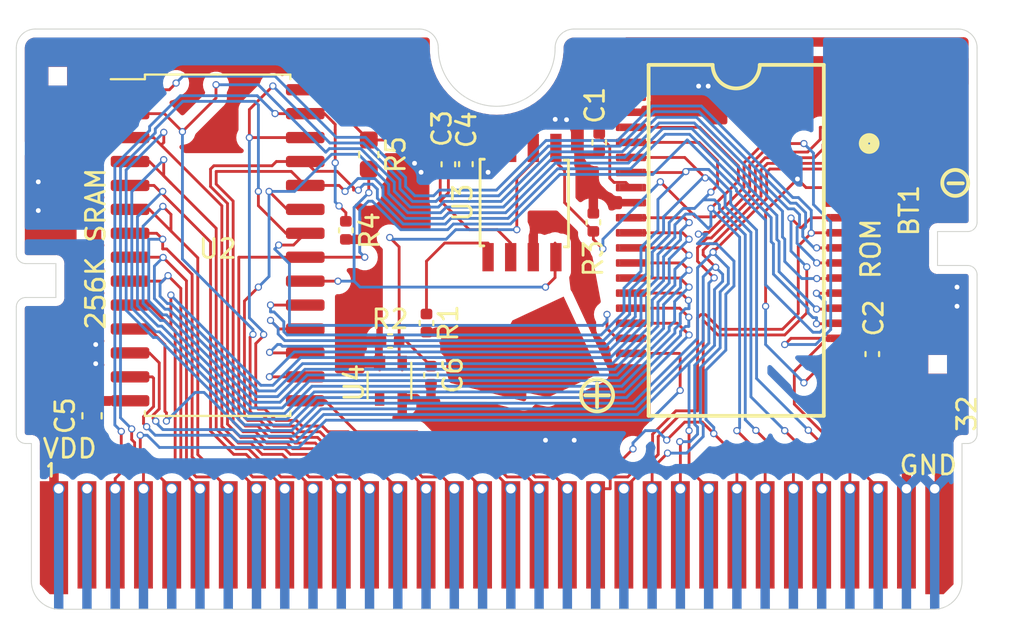
<source format=kicad_pcb>
(kicad_pcb (version 20221018) (generator pcbnew)
  (layers (0 "F.Cu" signal) (31 "B.Cu" signal) (34 "B.Paste" user) (35 "F.Paste" user) (36 "B.SilkS" user "B.Silkscreen") (37 "F.SilkS" user "F.Silkscreen") (38 "B.Mask" user) (39 "F.Mask" user) (44 "Edge.Cuts" user))
  (net 0 "")
  (net 1 "Net-(BT1-+)")
  (net 3 "+3V3")
  (net 4 "GND")
  (net 5 "Net-(U2-VDD)")
  (net 6 "Net-(U4-Vout)")
  (net 7 "Net-(R1-Pad1)")
  (net 8 "CS2")
  (net 9 "WR")
  (net 10 "Net-(U2-~{CE})")
  (net 11 "unconnected-(U0-CLK~{}-Pad2)")
  (net 12 "RD")
  (net 13 "CS")
  (net 14 "A0")
  (net 15 "A1")
  (net 16 "A2")
  (net 17 "A3")
  (net 18 "A4")
  (net 19 "A5")
  (net 20 "A6")
  (net 21 "A7")
  (net 22 "A8")
  (net 23 "A9")
  (net 24 "A10")
  (net 25 "A11")
  (net 26 "A12")
  (net 27 "A13")
  (net 28 "A14")
  (net 29 "A15")
  (net 30 "D0")
  (net 31 "D1")
  (net 32 "D2")
  (net 33 "D3")
  (net 34 "D4")
  (net 35 "D5")
  (net 36 "D6")
  (net 37 "D7")
  (footprint "Package_SO:SOIC-28W_7.5x17.9mm_P1.27mm" (layer "F.Cu") (at 127.377054 79.058694)
    (fp_text reference "U2")
    (fp_text value "FM18W08-SG")
  )
  (footprint "Capacitor_SMD:C_0402_1005Metric" (layer "F.Cu") (at 138.700662 85.952303 -90)
    (fp_text reference "C6")
    (fp_text value "122nF")
  )
  (footprint "Capacitor_SMD:C_0402_1005Metric" (layer "F.Cu") (at 162.127538 84.836 90)
    (fp_text reference "C2")
    (fp_text value "116nF")
  )
  (footprint "Capacitor_SMD:C_0402_1005Metric" (layer "F.Cu") (at 147.631726 73.602277 90)
    (fp_text reference "C1")
    (fp_text value "127nF")
  )
  (footprint "Capacitor_SMD:C_0402_1005Metric" (layer "F.Cu") (at 138.462836 83.188611 -90)
    (fp_text reference "R1")
    (fp_text value "1k")
  )
  (footprint "NintendoFootprints:PST4325" (layer "F.Cu") (at 136.696067 86.450283 -90)
    (fp_text reference "U4")
    (fp_text value "~")
  )
  (footprint "NintendoFootprints:AGB-CR1616" (layer "F.Cu") (at 155.3054 79.80555 25)
    (fp_text reference "BT1" hide)
    (fp_text value "CR1616" hide)
  )
  (footprint "Capacitor_SMD:C_0402_1005Metric" (layer "F.Cu") (at 139.624749 74.759818 90)
    (fp_text reference "C3")
    (fp_text value "130nF")
  )
  (footprint "NintendoFootprints:3x3mm_Pad" (layer "F.Cu") (at 118.89 70.08255)
    (fp_text reference "A3" hide)
    (fp_text value "3x3Pad" hide)
  )
  (footprint "Capacitor_SMD:C_0603_1608Metric" (layer "F.Cu") (at 120.708376 88.110861 90)
    (fp_text reference "C5")
    (fp_text value "??")
  )
  (footprint "NintendoFootprints:3x3mm_Pad" (layer "F.Cu") (at 165.5929 85.38125)
    (fp_text reference "A2" hide)
    (fp_text value "3x3Pad" hide)
  )
  (footprint "Capacitor_SMD:C_0402_1005Metric" (layer "F.Cu") (at 134.183582 78.267516 90)
    (fp_text reference "R4")
    (fp_text value "100k")
  )
  (footprint "Capacitor_SMD:C_0603_1608Metric" (layer "F.Cu") (at 135.39921 74.247762 -90)
    (fp_text reference "R5")
    (fp_text value "10k")
  )
  (footprint "Capacitor_SMD:C_0402_1005Metric" (layer "F.Cu") (at 136.530986 84.144288)
    (fp_text reference "R2")
    (fp_text value "100k")
  )
  (footprint "NintendoFootprints:AGB_Cartridge" (layer "F.Cu") (at 142.19 94.43255)
    (fp_text reference "U0" hide)
    (fp_text value "CartBus")
    (fp_line (start -25.5 -14.9004) (end -25.5 -25.8504) (stroke (width 0.05)) (layer "Edge.Cuts"))
    (fp_line (start -25.5 -5.3504) (end -25.5 -12.1004) (stroke (width 0.05)) (layer "Edge.Cuts"))
    (fp_line (start -24.7 -4.8504) (end -25 -4.8504) (stroke (width 0.05)) (layer "Edge.Cuts"))
    (fp_line (start -24.7 2.4496) (end -24.7 -4.8504) (stroke (width 0.05)) (layer "Edge.Cuts"))
    (fp_line (start -24.5 -26.8504) (end -4.1 -26.8504) (stroke (width 0.05)) (layer "Edge.Cuts"))
    (fp_line (start -23.4 -14.4004) (end -25 -14.4004) (stroke (width 0.05)) (layer "Edge.Cuts"))
    (fp_line (start -23.4 -14.4004) (end -23.4 -12.6004) (stroke (width 0.05)) (layer "Edge.Cuts"))
    (fp_line (start -23.4 -12.6004) (end -25 -12.6004) (stroke (width 0.05)) (layer "Edge.Cuts"))
    (fp_line (start -23.2 3.9496) (end 23.2 3.9496) (stroke (width 0.05)) (layer "Edge.Cuts"))
    (fp_line (start 4.1 -26.8504) (end 24.5 -26.8504) (stroke (width 0.05)) (layer "Edge.Cuts"))
    (fp_line (start 23.4 -16.1004) (end 25 -16.1004) (stroke (width 0.05)) (layer "Edge.Cuts"))
    (fp_line (start 23.4 -14.3004) (end 23.4 -16.1004) (stroke (width 0.05)) (layer "Edge.Cuts"))
    (fp_line (start 23.4 -14.3004) (end 25 -14.3004) (stroke (width 0.05)) (layer "Edge.Cuts"))
    (fp_line (start 24.7 2.4496) (end 24.7 -4.8504) (stroke (width 0.05)) (layer "Edge.Cuts"))
    (fp_line (start 25 -4.8504) (end 24.7 -4.8504) (stroke (width 0.05)) (layer "Edge.Cuts"))
    (fp_line (start 25.5 -16.6004) (end 25.5 -25.8504) (stroke (width 0.05)) (layer "Edge.Cuts"))
    (fp_line (start 25.5 -5.3504) (end 25.5 -13.8004) (stroke (width 0.05)) (layer "Edge.Cuts"))
    (fp_arc (start -25.5 -25.8504) (mid -25.207091 -26.557491) (end -24.5 -26.8504) (stroke (width 0.05)) (layer "Edge.Cuts"))
    (fp_arc (start -25.5 -12.1004) (mid -25.353538 -12.453938) (end -25 -12.6004) (stroke (width 0.05)) (layer "Edge.Cuts"))
    (fp_arc (start -25 -14.4004) (mid -25.353535 -14.546865) (end -25.5 -14.9004) (stroke (width 0.05)) (layer "Edge.Cuts"))
    (fp_arc (start -25 -4.8504) (mid -25.353535 -4.996865) (end -25.5 -5.3504) (stroke (width 0.05)) (layer "Edge.Cuts"))
    (fp_arc (start -23.2 3.9496) (mid -24.260642 3.510242) (end -24.7 2.4496) (stroke (width 0.05)) (layer "Edge.Cuts"))
    (fp_arc (start -4.1 -26.8504) (mid -3.392875 -26.557525) (end -3.1 -25.8504) (stroke (width 0.05)) (layer "Edge.Cuts"))
    (fp_arc (start 3.1 -25.8504) (mid 0 -22.7504) (end -3.1 -25.8504) (stroke (width 0.05)) (layer "Edge.Cuts"))
    (fp_arc (start 3.1 -25.8504) (mid 3.392908 -26.557492) (end 4.1 -26.8504) (stroke (width 0.05)) (layer "Edge.Cuts"))
    (fp_arc (start 24.5 -26.8504) (mid 25.207107 -26.557507) (end 25.5 -25.8504) (stroke (width 0.05)) (layer "Edge.Cuts"))
    (fp_arc (start 24.7 2.4496) (mid 24.260675 3.510275) (end 23.2 3.9496) (stroke (width 0.05)) (layer "Edge.Cuts"))
    (fp_arc (start 25 -14.3004) (mid 25.353553 -14.153953) (end 25.5 -13.8004) (stroke (width 0.05)) (layer "Edge.Cuts"))
    (fp_arc (start 25.5 -16.6004) (mid 25.353641 -16.246759) (end 25 -16.1004) (stroke (width 0.05)) (layer "Edge.Cuts"))
    (fp_arc (start 25.5 -5.3504) (mid 25.353641 -4.996759) (end 25 -4.8504) (stroke (width 0.05)) (layer "Edge.Cuts"))
  )
  (footprint "Capacitor_SMD:C_0402_1005Metric" (layer "F.Cu") (at 147.32 77.84176 -90)
    (fp_text reference "R3")
    (fp_text value "5k")
  )
  (footprint "HDR_Gameboy:AGB-Cartbrow_Right" (layer "F.Cu") (at 158.1396 68.26855)
    (fp_text reference "A7" hide)
    (fp_text value "CartBrow_Right" hide)
  )
  (footprint "Capacitor_SMD:C_0402_1005Metric" (layer "F.Cu") (at 140.552992 74.7532 90)
    (fp_text reference "C4")
    (fp_text value "113nF")
  )
  (footprint "Package_SO:TSSOP-8_3x3mm_P0.65mm" (layer "F.Cu") (at 142.932 76.791805 90)
    (fp_text reference "U3")
    (fp_text value "~" hide)
  )
  (footprint "NintendoFootprints:AGB-TSOP-II-44_10.16x18.41mm_P0.8mm" (layer "F.Cu") (at 154.903856 78.798449)
    (fp_text reference "U1" hide)
    (fp_text value "MX23L12806-12C")
  )
  (footprint "HDR_Gameboy:AGB-Cartbrow_Left" (layer "F.Cu") (at 130.1402 68.27855)
    (fp_text reference "A6" hide)
    (fp_text value "CartBrow_Left" hide)
  )
  (gr_line (start 118.54764 90.63681) (end 118.54764 91.31895) (stroke (width 0.15)) (layer "F.SilkS"))
  (gr_circle (center 161.96114 73.65723) (end 162.01114 73.65723) (stroke (width 0.5)) (fill none) (layer "F.SilkS"))
  (gr_line (start 118.54764 90.63681) (end 118.39778 90.78667) (stroke (width 0.15)) (layer "F.SilkS"))
  (gr_text "GND" (at 165.1 90.740885) (layer "F.SilkS") (effects (font (size 1 1))))
  (gr_text "32" (at 167.148 87.99615 90) (layer "F.SilkS") (effects (font (size 1 1))))
  (gr_text "BT1" (at 164.084 77.216 90) (layer "F.SilkS") (effects (font (size 1 1))))
  (gr_text "VDD" (at 119.52554 89.85195) (layer "F.SilkS") (effects (font (size 1 1))))
  (gr_text "256K SRAM" (at 120.904 79.248 90) (layer "F.SilkS") (effects (font (size 1 1))))
  (gr_text "ROM" (at 162.052 79.248 90) (layer "F.SilkS") (effects (font (size 1 1))))
  (segment (start 143.885811 83.668611) (end 144.88286 84.66566) (width 0.15) (layer "F.Cu") (net 1))
  (segment (start 144.8829 84.66565) (end 144.6679 84.45065) (width 0.15) (layer "F.Cu") (net 1))
  (segment (start 159.257551 85.598449) (end 160.491356 85.598449) (width 0.15) (layer "F.Cu") (net 3))
  (segment (start 158.154738 75.542058) (end 158.611129 75.998449) (width 0.15) (layer "F.Cu") (net 3))
  (segment (start 141.6828 75.2332) (end 141.732 75.184) (width 0.15) (layer "F.Cu") (net 3))
  (segment (start 161.845089 85.598449) (end 160.491356 85.598449) (width 0.15) (layer "F.Cu") (net 3))
  (segment (start 156.464 77.232796) (end 156.464 82.296) (width 0.15) (layer "F.Cu") (net 3))
  (segment (start 136.050986 85.600347) (end 136.050986 84.144288) (width 0.15) (layer "F.Cu") (net 3))
  (segment (start 158.496 86.36) (end 159.257551 85.598449) (width 0.15) (layer "F.Cu") (net 3))
  (segment (start 158.154738 75.542058) (end 156.464 77.232796) (width 0.15) (layer "F.Cu") (net 3))
  (segment (start 158.611129 75.998449) (end 161.191356 75.998449) (width 0.15) (layer "F.Cu") (net 3))
  (segment (start 135.975591 85.675742) (end 136.050986 85.600347) (width 0.15) (layer "F.Cu") (net 3))
  (segment (start 141.732 75.184) (end 141.732 74.641805) (width 0.15) (layer "F.Cu") (net 3))
  (segment (start 162.127538 85.316) (end 161.845089 85.598449) (width 0.15) (layer "F.Cu") (net 3))
  (segment (start 140.552992 75.2332) (end 141.6828 75.2332) (width 0.15) (layer "F.Cu") (net 3))
  (via (at 145.29633 72.374947) (size 0.381) (drill 0.254) (layers "F.Cu" "B.Cu") (net 3))
  (via (at 138.176 75.184) (size 0.381) (drill 0.254) (layers "F.Cu" "B.Cu") (net 3))
  (via (at 156.464 82.296) (size 0.381) (drill 0.254) (layers "F.Cu" "B.Cu") (net 3))
  (via (at 145.897297 72.394652) (size 0.381) (drill 0.254) (layers "F.Cu" "B.Cu") (net 3))
  (via (at 158.154738 75.542058) (size 0.381) (drill 0.254) (layers "F.Cu" "B.Cu") (net 3))
  (via (at 141.732 75.184) (size 0.381) (drill 0.254) (layers "F.Cu" "B.Cu") (net 3))
  (via (at 153.416 70.612) (size 0.381) (drill 0.254) (layers "F.Cu" "B.Cu") (net 3))
  (via (at 117.856 77.216) (size 0.381) (drill 0.254) (layers "F.Cu" "B.Cu") (net 3))
  (via (at 152.908 70.612) (size 0.381) (drill 0.254) (layers "F.Cu" "B.Cu") (net 3))
  (via (at 117.856 75.692) (size 0.381) (drill 0.254) (layers "F.Cu" "B.Cu") (net 3))
  (via (at 158.496 86.36) (size 0.381) (drill 0.254) (layers "F.Cu" "B.Cu") (net 3))
  (via (at 137.828381 74.707168) (size 0.381) (drill 0.254) (layers "F.Cu" "B.Cu") (net 3))
  (segment (start 156.464 84.328) (end 156.464 82.296) (width 0.15) (layer "B.Cu") (net 3))
  (segment (start 158.496 86.36) (end 156.464 84.328) (width 0.15) (layer "B.Cu") (net 3))
  (segment (start 165.8676 86.10655) (end 166.5929 86.10655) (width 0.15) (layer "F.Cu") (net 4))
  (segment (start 165.5984 72.98465) (end 165.1347 72.52095) (width 0.15) (layer "F.Cu") (net 4))
  (segment (start 164.5929 85.38125) (end 164.5929 86.10655) (width 0.15) (layer "F.Cu") (net 4))
  (segment (start 164.5929 84.51865) (end 164.5929 85.38125) (width 0.15) (layer "F.Cu") (net 4))
  (segment (start 165.1347 72.52095) (end 165.1347 72.05725) (width 0.15) (layer "F.Cu") (net 4))
  (segment (start 164.5929 86.10655) (end 164.5929 86.38125) (width 0.15) (layer "F.Cu") (net 4))
  (segment (start 164.9126 73.67035) (end 164.9124 73.67055) (width 0.15) (layer "F.Cu") (net 4))
  (segment (start 118.89 71.08255) (end 118.6744 71.08255) (width 0.15) (layer "F.Cu") (net 4))
  (segment (start 162.127538 84.356) (end 161.685089 84.798449) (width 0.15) (layer "F.Cu") (net 4))
  (segment (start 165.5984 72.98465) (end 164.9126 73.67035) (width 0.15) (layer "F.Cu") (net 4))
  (segment (start 165.5929 86.38125) (end 164.5929 86.38125) (width 0.15) (layer "F.Cu") (net 4))
  (segment (start 164.7303 84.38125) (end 164.5929 84.51865) (width 0.15) (layer "F.Cu") (net 4))
  (segment (start 147.631726 73.122277) (end 147.631726 73.252209) (width 0.15) (layer "F.Cu") (net 4))
  (segment (start 136.9675 68.27855) (end 130.2112 68.27855) (width 0.15) (layer "F.Cu") (net 4))
  (segment (start 165.5929 84.38125) (end 164.7303 84.38125) (width 0.15) (layer "F.Cu") (net 4))
  (segment (start 148.191356 75.497921) (end 148.416884 75.723449) (width 0.15) (layer "F.Cu") (net 4))
  (segment (start 165.5929 86.38125) (end 165.8676 86.10655) (width 0.15) (layer "F.Cu") (net 4))
  (segment (start 148.191356 73.811839) (end 148.191356 75.497921) (width 0.15) (layer "F.Cu") (net 4))
  (segment (start 166.5929 85.38125) (end 166.5929 86.10655) (width 0.15) (layer "F.Cu") (net 4))
  (segment (start 161.685089 84.798449) (end 160.491356 84.798449) (width 0.15) (layer "F.Cu") (net 4))
  (segment (start 147.631726 73.252209) (end 148.191356 73.811839) (width 0.15) (layer "F.Cu") (net 4))
  (segment (start 149.041356 75.723449) (end 149.316356 75.998449) (width 0.15) (layer "F.Cu") (net 4))
  (segment (start 162.127538 84.356) (end 162.127538 84.418622) (width 0.15) (layer "F.Cu") (net 4))
  (segment (start 164.4304 74.15285) (end 164.9124 73.67055) (width 0.15) (layer "F.Cu") (net 4))
  (segment (start 148.416884 75.723449) (end 149.041356 75.723449) (width 0.15) (layer "F.Cu") (net 4))
  (segment (start 164.9128 73.67055) (end 164.9126 73.67035) (width 0.15) (layer "F.Cu") (net 4))
  (via (at 120.904 85.344) (size 0.381) (drill 0.254) (layers "F.Cu" "B.Cu") (net 4))
  (via (at 120.904 84.328) (size 0.381) (drill 0.254) (layers "F.Cu" "B.Cu") (net 4))
  (via (at 144.78 89.408) (size 0.381) (drill 0.254) (layers "F.Cu" "B.Cu") (net 4))
  (via (at 146.304 89.408) (size 0.381) (drill 0.254) (layers "F.Cu" "B.Cu") (net 4))
  (via (at 166.624 81.28) (size 0.381) (drill 0.254) (layers "F.Cu" "B.Cu") (net 4))
  (via (at 166.624 82.296) (size 0.381) (drill 0.254) (layers "F.Cu" "B.Cu") (net 4))
  (segment (start 135.39921 73.472762) (end 137.987625 73.472762) (width 0.15) (layer "F.Cu") (net 5))
  (segment (start 139.192 74.677137) (end 139.192 76.687048) (width 0.15) (layer "F.Cu") (net 5))
  (segment (start 132.730142 70.803694) (end 132.027054 70.803694) (width 0.15) (layer "F.Cu") (net 5))
  (segment (start 137.987625 73.472762) (end 139.192 74.677137) (width 0.15) (layer "F.Cu") (net 5))
  (segment (start 142.932 78.941805) (end 142.222195 78.232) (width 0.15) (layer "F.Cu") (net 5))
  (segment (start 140.736952 78.232) (end 139.202476 76.697524) (width 0.15) (layer "F.Cu") (net 5))
  (segment (start 139.192 76.687048) (end 139.202476 76.697524) (width 0.15) (layer "F.Cu") (net 5))
  (segment (start 142.222195 78.232) (end 140.736952 78.232) (width 0.15) (layer "F.Cu") (net 5))
  (segment (start 139.624749 75.239818) (end 139.624749 76.275251) (width 0.15) (layer "F.Cu") (net 5))
  (segment (start 135.39921 73.472762) (end 132.730142 70.803694) (width 0.15) (layer "F.Cu") (net 5))
  (segment (start 139.624749 76.275251) (end 139.202476 76.697524) (width 0.15) (layer "F.Cu") (net 5))
  (segment (start 137.010986 79.143772) (end 136.513255 78.646041) (width 0.15) (layer "F.Cu") (net 6))
  (segment (start 137.010986 85.511137) (end 137.010986 84.144288) (width 0.15) (layer "F.Cu") (net 6))
  (segment (start 137.010986 84.144288) (end 137.010986 79.143772) (width 0.15) (layer "F.Cu") (net 6))
  (segment (start 143.256 78.232) (end 143.256 75.517805) (width 0.15) (layer "F.Cu") (net 6))
  (segment (start 137.010986 84.144288) (end 137.372647 84.144288) (width 0.15) (layer "F.Cu") (net 6))
  (segment (start 143.256 75.517805) (end 144.132 74.641805) (width 0.15) (layer "F.Cu") (net 6))
  (segment (start 137.372647 84.144288) (end 138.700662 85.472303) (width 0.15) (layer "F.Cu") (net 6))
  (segment (start 137.175591 85.675742) (end 137.010986 85.511137) (width 0.15) (layer "F.Cu") (net 6))
  (via (at 136.513255 78.646041) (size 0.381) (drill 0.254) (layers "F.Cu" "B.Cu") (net 6))
  (via (at 143.256 78.232) (size 0.381) (drill 0.254) (layers "F.Cu" "B.Cu") (net 6))
  (segment (start 139.506062 78.74) (end 136.607214 78.74) (width 0.15) (layer "B.Cu") (net 6))
  (segment (start 136.607214 78.74) (end 136.513255 78.646041) (width 0.15) (layer "B.Cu") (net 6))
  (segment (start 143.256 78.232) (end 140.014062 78.232) (width 0.15) (layer "B.Cu") (net 6))
  (segment (start 140.014062 78.232) (end 139.506062 78.74) (width 0.15) (layer "B.Cu") (net 6))
  (segment (start 138.462836 79.903922) (end 139.424953 78.941805) (width 0.15) (layer "F.Cu") (net 7))
  (segment (start 139.424953 78.941805) (end 141.732 78.941805) (width 0.15) (layer "F.Cu") (net 7))
  (segment (start 138.462836 82.708611) (end 138.462836 79.903922) (width 0.15) (layer "F.Cu") (net 7))
  (segment (start 153.748022 77.551988) (end 155.318432 75.981578) (width 0.15) (layer "F.Cu") (net 8))
  (segment (start 162.44 91.946765) (end 157.988 87.494765) (width 0.15) (layer "F.Cu") (net 8))
  (segment (start 152.740193 77.551988) (end 153.748022 77.551988) (width 0.15) (layer "F.Cu") (net 8))
  (segment (start 157.809551 83.998449) (end 160.491356 83.998449) (width 0.15) (layer "F.Cu") (net 8))
  (segment (start 145.332 74.641805) (end 145.796 75.105805) (width 0.15) (layer "F.Cu") (net 8))
  (segment (start 155.318432 75.981578) (end 155.318432 74.684778) (width 0.15) (layer "F.Cu") (net 8))
  (segment (start 157.988 87.494765) (end 157.988 85.751805) (width 0.15) (layer "F.Cu") (net 8))
  (segment (start 157.988 85.751805) (end 159.741356 83.998449) (width 0.15) (layer "F.Cu") (net 8))
  (segment (start 147.32 78.74) (end 147.828 79.248) (width 0.15) (layer "F.Cu") (net 8))
  (segment (start 156.34321 73.66) (end 158.496 73.66) (width 0.15) (layer "F.Cu") (net 8))
  (segment (start 162.44 91.98255) (end 162.44 91.946765) (width 0.15) (layer "F.Cu") (net 8))
  (segment (start 150.880205 75.692) (end 152.740193 77.551988) (width 0.15) (layer "F.Cu") (net 8))
  (segment (start 147.32 78.32176) (end 147.32 78.74) (width 0.15) (layer "F.Cu") (net 8))
  (segment (start 150.876 75.692) (end 150.880205 75.692) (width 0.15) (layer "F.Cu") (net 8))
  (segment (start 157.48 84.328) (end 157.809551 83.998449) (width 0.15) (layer "F.Cu") (net 8))
  (segment (start 155.318432 74.684778) (end 156.34321 73.66) (width 0.15) (layer "F.Cu") (net 8))
  (segment (start 159.741356 83.998449) (end 160.491356 83.998449) (width 0.15) (layer "F.Cu") (net 8))
  (segment (start 145.796 75.105805) (end 145.796 76.79776) (width 0.15) (layer "F.Cu") (net 8))
  (segment (start 145.796 76.79776) (end 147.32 78.32176) (width 0.15) (layer "F.Cu") (net 8))
  (via (at 147.828 79.248) (size 0.381) (drill 0.254) (layers "F.Cu" "B.Cu") (net 8))
  (via (at 157.48 84.328) (size 0.381) (drill 0.254) (layers "F.Cu" "B.Cu") (net 8))
  (via (at 158.496 73.66) (size 0.381) (drill 0.254) (layers "F.Cu" "B.Cu") (net 8))
  (via (at 150.876 75.692) (size 0.381) (drill 0.254) (layers "F.Cu" "B.Cu") (net 8))
  (segment (start 159.124424 84.328) (end 157.48 84.328) (width 0.15) (layer "B.Cu") (net 8))
  (segment (start 159.918764 83.53366) (end 159.124424 84.328) (width 0.15) (layer "B.Cu") (net 8))
  (segment (start 158.496 73.66) (end 159.004 74.168) (width 0.15) (layer "B.Cu") (net 8))
  (segment (start 159.918764 77.81222) (end 159.918764 83.53366) (width 0.15) (layer "B.Cu") (net 8))
  (segment (start 147.828 78.74) (end 150.876 75.692) (width 0.15) (layer "B.Cu") (net 8))
  (segment (start 159.004 74.168) (end 159.004 76.897456) (width 0.15) (layer "B.Cu") (net 8))
  (segment (start 147.828 79.248) (end 147.828 78.74) (width 0.15) (layer "B.Cu") (net 8))
  (segment (start 159.004 76.897456) (end 159.918764 77.81222) (width 0.15) (layer "B.Cu") (net 8))
  (segment (start 122.260504 88.939389) (end 122.260504 91.119496) (width 0.15) (layer "F.Cu") (net 9))
  (segment (start 133.617415 72.933404) (end 133.617415 74.681837) (width 0.15) (layer "F.Cu") (net 9))
  (segment (start 132.027054 72.073694) (end 133.052053 72.073694) (width 0.15) (layer "F.Cu") (net 9))
  (segment (start 133.617415 72.639056) (end 133.617415 72.933404) (width 0.15) (layer "F.Cu") (net 9))
  (segment (start 133.528878 72.550519) (end 133.617415 72.639056) (width 0.15) (layer "F.Cu") (net 9))
  (segment (start 133.528878 72.550519) (end 133.525662 72.553735) (width 0.15) (layer "F.Cu") (net 9))
  (segment (start 121.94 91.44) (end 121.94 91.98255) (width 0.15) (layer "F.Cu") (net 9))
  (segment (start 122.260504 91.119496) (end 121.94 91.44) (width 0.15) (layer "F.Cu") (net 9))
  (segment (start 130.429956 72.073694) (end 132.027054 72.073694) (width 0.15) (layer "F.Cu") (net 9))
  (segment (start 134.183582 77.328497) (end 134.183582 77.787516) (width 0.15) (layer "F.Cu") (net 9))
  (segment (start 130.425311 72.069049) (end 130.429956 72.073694) (width 0.15) (layer "F.Cu") (net 9))
  (segment (start 133.827802 76.972717) (end 134.183582 77.328497) (width 0.15) (layer "F.Cu") (net 9))
  (segment (start 133.052053 72.073694) (end 133.528878 72.550519) (width 0.15) (layer "F.Cu") (net 9))
  (via (at 130.425311 72.069049) (size 0.381) (drill 0.254) (layers "F.Cu" "B.Cu") (net 9))
  (via (at 133.617415 74.681837) (size 0.381) (drill 0.254) (layers "F.Cu" "B.Cu") (net 9))
  (via (at 122.260504 88.939389) (size 0.381) (drill 0.254) (layers "F.Cu" "B.Cu") (net 9))
  (via (at 133.820009 76.972717) (size 0.381) (drill 0.254) (layers "F.Cu" "B.Cu") (net 9))
  (segment (start 123.76644 72.752414) (end 125.398854 71.12) (width 0.15) (layer "B.Cu") (net 9))
  (segment (start 121.94 91.88505) (end 121.94 91.98255) (width 0.15) (layer "B.Cu") (net 9))
  (segment (start 129.476262 71.12) (end 130.425311 72.069049) (width 0.15) (layer "B.Cu") (net 9))
  (segment (start 133.617415 74.681837) (end 133.617415 76.76233) (width 0.15) (layer "B.Cu") (net 9))
  (segment (start 133.617415 76.76233) (end 133.827802 76.972717) (width 0.15) (layer "B.Cu") (net 9))
  (segment (start 121.92 88.598885) (end 121.92 74.813815) (width 0.15) (layer "B.Cu") (net 9))
  (segment (start 123.76644 72.967375) (end 123.76644 72.752414) (width 0.15) (layer "B.Cu") (net 9))
  (segment (start 122.260504 88.939389) (end 121.92 88.598885) (width 0.15) (layer "B.Cu") (net 9))
  (segment (start 121.92 74.813815) (end 123.76644 72.967375) (width 0.15) (layer "B.Cu") (net 9))
  (segment (start 125.398854 71.12) (end 129.476262 71.12) (width 0.15) (layer "B.Cu") (net 9))
  (segment (start 132.027054 80.963694) (end 133.76237 80.963694) (width 0.15) (layer "F.Cu") (net 10))
  (segment (start 135.39921 76.2658) (end 135.39921 75.022762) (width 0.15) (layer "F.Cu") (net 10))
  (segment (start 133.76237 80.963694) (end 133.763095 80.964419) (width 0.15) (layer "F.Cu") (net 10))
  (segment (start 144.78 81.28) (end 145.288 80.772) (width 0.15) (layer "F.Cu") (net 10))
  (segment (start 145.288 80.772) (end 145.288 78.941805) (width 0.15) (layer "F.Cu") (net 10))
  (segment (start 135.402673 76.269263) (end 135.39921 76.2658) (width 0.15) (layer "F.Cu") (net 10))
  (via (at 135.402673 76.269263) (size 0.381) (drill 0.254) (layers "F.Cu" "B.Cu") (net 10))
  (via (at 133.763095 80.964419) (size 0.381) (drill 0.254) (layers "F.Cu" "B.Cu") (net 10))
  (via (at 144.78 81.28) (size 0.381) (drill 0.254) (layers "F.Cu" "B.Cu") (net 10))
  (segment (start 134.62 80.964419) (end 134.935581 81.28) (width 0.15) (layer "B.Cu") (net 10))
  (segment (start 134.935581 81.28) (end 144.78 81.28) (width 0.15) (layer "B.Cu") (net 10))
  (segment (start 133.763095 80.964419) (end 134.62 80.964419) (width 0.15) (layer "B.Cu") (net 10))
  (segment (start 134.62 77.051936) (end 135.402673 76.269263) (width 0.15) (layer "B.Cu") (net 10))
  (segment (start 134.62 80.964419) (end 134.62 77.051936) (width 0.15) (layer "B.Cu") (net 10))
  (segment (start 120.44 91.98255) (end 120.44 92.13835) (width 0.25) (layer "F.Cu") (net 11))
  (segment (start 132.027054 78.423694) (end 131.403187 79.047561) (width 0.15) (layer "F.Cu") (net 12))
  (segment (start 122.812937 88.809476) (end 122.812937 89.371907) (width 0.15) (layer "F.Cu") (net 12))
  (segment (start 122.812937 89.371907) (end 122.970082 89.529052) (width 0.15) (layer "F.Cu") (net 12))
  (segment (start 129.54 76.2) (end 129.54 76.961639) (width 0.15) (layer "F.Cu") (net 12))
  (segment (start 131.403187 79.047561) (end 130.618299 79.047561) (width 0.15) (layer "F.Cu") (net 12))
  (segment (start 148.045346 83.477439) (end 148.566356 83.998449) (width 0.15) (layer "F.Cu") (net 12))
  (segment (start 148.566356 83.998449) (end 149.316356 83.998449) (width 0.15) (layer "F.Cu") (net 12))
  (segment (start 123.44 90.906814) (end 123.44 91.98255) (width 0.15) (layer "F.Cu") (net 12))
  (segment (start 122.970082 90.436896) (end 123.44 90.906814) (width 0.15) (layer "F.Cu") (net 12))
  (segment (start 148.045346 82.729331) (end 148.045346 83.477439) (width 0.15) (layer "F.Cu") (net 12))
  (segment (start 129.54 76.961639) (end 131.002055 78.423694) (width 0.15) (layer "F.Cu") (net 12))
  (segment (start 131.002055 78.423694) (end 132.027054 78.423694) (width 0.15) (layer "F.Cu") (net 12))
  (segment (start 122.970082 89.529052) (end 122.970082 90.436896) (width 0.15) (layer "F.Cu") (net 12))
  (via (at 148.045346 82.729331) (size 0.381) (drill 0.254) (layers "F.Cu" "B.Cu") (net 12))
  (via (at 122.812937 88.809476) (size 0.381) (drill 0.254) (layers "F.Cu" "B.Cu") (net 12))
  (via (at 129.54 76.2) (size 0.381) (drill 0.254) (layers "F.Cu" "B.Cu") (net 12))
  (via (at 130.618299 79.047561) (size 0.381) (drill 0.254) (layers "F.Cu" "B.Cu") (net 12))
  (segment (start 147.816832 83.312) (end 148.045346 83.083486) (width 0.15) (layer "B.Cu") (net 12))
  (segment (start 130.407503 79.258357) (end 131.189043 80.039897) (width 0.15) (layer "B.Cu") (net 12))
  (segment (start 124.06644 72.876678) (end 125.523118 71.42) (width 0.15) (layer "B.Cu") (net 12))
  (segment (start 122.22 74.938079) (end 124.06644 73.091639) (width 0.15) (layer "B.Cu") (net 12))
  (segment (start 129.54 71.608002) (end 129.54 76.2) (width 0.15) (layer "B.Cu") (net 12))
  (segment (start 131.189043 83.312) (end 147.816832 83.312) (width 0.15) (layer "B.Cu") (net 12))
  (segment (start 131.189043 80.039897) (end 131.189043 83.312) (width 0.15) (layer "B.Cu") (net 12))
  (segment (start 125.523118 71.42) (end 129.351998 71.42) (width 0.15) (layer "B.Cu") (net 12))
  (segment (start 148.045346 83.083486) (end 148.045346 82.729331) (width 0.15) (layer "B.Cu") (net 12))
  (segment (start 129.351998 71.42) (end 129.54 71.608002) (width 0.15) (layer "B.Cu") (net 12))
  (segment (start 122.22 88.216539) (end 122.22 74.938079) (width 0.15) (layer "B.Cu") (net 12))
  (segment (start 122.812937 88.809476) (end 122.22 88.216539) (width 0.15) (layer "B.Cu") (net 12))
  (segment (start 130.618299 79.047561) (end 130.407503 79.258357) (width 0.15) (layer "B.Cu") (net 12))
  (segment (start 124.06644 73.091639) (end 124.06644 72.876678) (width 0.15) (layer "B.Cu") (net 12))
  (segment (start 151.892 84.798449) (end 149.316356 84.798449) (width 0.15) (layer "F.Cu") (net 13))
  (segment (start 151.927988 86.765033) (end 151.927988 84.834437) (width 0.15) (layer "F.Cu") (net 13))
  (segment (start 123.270082 89.145747) (end 123.270082 90.312632) (width 0.15) (layer "F.Cu") (net 13))
  (segment (start 123.270082 90.312632) (end 124.94 91.98255) (width 0.15) (layer "F.Cu") (net 13))
  (segment (start 151.927988 84.834437) (end 151.892 84.798449) (width 0.15) (layer "F.Cu") (net 13))
  (via (at 151.927988 86.765033) (size 0.381) (drill 0.254) (layers "F.Cu" "B.Cu") (net 13))
  (via (at 123.270082 89.145747) (size 0.381) (drill 0.254) (layers "F.Cu" "B.Cu") (net 13))
  (segment (start 123.270082 89.145747) (end 123.63972 89.145747) (width 0.15) (layer "B.Cu") (net 13))
  (segment (start 123.63972 89.145747) (end 124.286723 89.79275) (width 0.15) (layer "B.Cu") (net 13))
  (segment (start 131.679484 89.79275) (end 133.128234 88.344) (width 0.15) (layer "B.Cu") (net 13))
  (segment (start 150.349021 88.344) (end 151.927988 86.765033) (width 0.15) (layer "B.Cu") (net 13))
  (segment (start 133.128234 88.344) (end 150.349021 88.344) (width 0.15) (layer "B.Cu") (net 13))
  (segment (start 124.286723 89.79275) (end 131.679484 89.79275) (width 0.15) (layer "B.Cu") (net 13))
  (segment (start 125.121875 90.664425) (end 126.44 91.98255) (width 0.15) (layer "F.Cu") (net 14))
  (segment (start 152.147429 77.598449) (end 149.316356 77.598449) (width 0.15) (layer "F.Cu") (net 14))
  (segment (start 122.727054 82.233694) (end 123.752053 82.233694) (width 0.15) (layer "F.Cu") (net 14))
  (segment (start 124.896131 81.700773) (end 124.896131 83.377771) (width 0.15) (layer "F.Cu") (net 14))
  (segment (start 123.752053 82.233694) (end 124.89918 83.38082) (width 0.15) (layer "F.Cu") (net 14))
  (segment (start 124.89918 83.38082) (end 125.121875 83.603515) (width 0.15) (layer "F.Cu") (net 14))
  (segment (start 152.404349 77.855369) (end 152.147429 77.598449) (width 0.15) (layer "F.Cu") (net 14))
  (segment (start 124.896131 83.377771) (end 124.89918 83.38082) (width 0.15) (layer "F.Cu") (net 14))
  (segment (start 125.121875 83.603515) (end 125.121875 90.664425) (width 0.15) (layer "F.Cu") (net 14))
  (via (at 152.404349 77.855369) (size 0.381) (drill 0.254) (layers "F.Cu" "B.Cu") (net 14))
  (via (at 124.896131 81.700773) (size 0.381) (drill 0.254) (layers "F.Cu" "B.Cu") (net 14))
  (segment (start 151.048 80.934944) (end 151.048 79.667736) (width 0.15) (layer "B.Cu") (net 14))
  (segment (start 131.78533 85.02) (end 148.230152 85.02) (width 0.15) (layer "B.Cu") (net 14))
  (segment (start 124.896131 81.700773) (end 124.896131 81.716131) (width 0.15) (layer "B.Cu") (net 14))
  (segment (start 150.148 81.834944) (end 151.048 80.934944) (width 0.15) (layer "B.Cu") (net 14))
  (segment (start 129.67275 86.49275) (end 130.31258 86.49275) (width 0.15) (layer "B.Cu") (net 14))
  (segment (start 150.148 83.102152) (end 150.148 81.834944) (width 0.15) (layer "B.Cu") (net 14))
  (segment (start 151.948 78.311718) (end 152.404349 77.855369) (width 0.15) (layer "B.Cu") (net 14))
  (segment (start 151.048 79.667736) (end 151.948 78.767736) (width 0.15) (layer "B.Cu") (net 14))
  (segment (start 148.230152 85.02) (end 150.148 83.102152) (width 0.15) (layer "B.Cu") (net 14))
  (segment (start 130.31258 86.49275) (end 131.78533 85.02) (width 0.15) (layer "B.Cu") (net 14))
  (segment (start 124.896131 81.716131) (end 129.67275 86.49275) (width 0.15) (layer "B.Cu") (net 14))
  (segment (start 151.948 78.767736) (end 151.948 78.311718) (width 0.15) (layer "B.Cu") (net 14))
  (segment (start 124.744185 80.672215) (end 125.421875 81.349905) (width 0.15) (layer "F.Cu") (net 15))
  (segment (start 125.421875 81.349905) (end 125.421875 90.540161) (width 0.15) (layer "F.Cu") (net 15))
  (segment (start 125.421875 90.540161) (end 126.239264 91.35755) (width 0.15) (layer "F.Cu") (net 15))
  (segment (start 126.239264 91.35755) (end 127.315 91.35755) (width 0.15) (layer "F.Cu") (net 15))
  (segment (start 152.058449 78.398449) (end 149.316356 78.398449) (width 0.15) (layer "F.Cu") (net 15))
  (segment (start 127.315 91.35755) (end 127.94 91.98255) (width 0.15) (layer "F.Cu") (net 15))
  (segment (start 124.744185 80.672215) (end 124.452706 80.963694) (width 0.15) (layer "F.Cu") (net 15))
  (segment (start 152.4 78.74) (end 152.058449 78.398449) (width 0.15) (layer "F.Cu") (net 15))
  (segment (start 124.452706 80.963694) (end 122.727054 80.963694) (width 0.15) (layer "F.Cu") (net 15))
  (via (at 124.744185 80.672215) (size 0.381) (drill 0.254) (layers "F.Cu" "B.Cu") (net 15))
  (via (at 152.4 78.74) (size 0.381) (drill 0.254) (layers "F.Cu" "B.Cu") (net 15))
  (segment (start 150.448 83.226416) (end 150.448 81.959208) (width 0.15) (layer "B.Cu") (net 15))
  (segment (start 124.32 81.0964) (end 124.32 81.763867) (width 0.15) (layer "B.Cu") (net 15))
  (segment (start 129.548486 86.79275) (end 130.436844 86.79275) (width 0.15) (layer "B.Cu") (net 15))
  (segment (start 130.436844 86.79275) (end 131.885594 85.344) (width 0.15) (layer "B.Cu") (net 15))
  (segment (start 151.348 79.792) (end 152.4 78.74) (width 0.15) (layer "B.Cu") (net 15))
  (segment (start 124.708906 82.152773) (end 124.908509 82.152773) (width 0.15) (layer "B.Cu") (net 15))
  (segment (start 150.448 81.959208) (end 151.348 81.059208) (width 0.15) (layer "B.Cu") (net 15))
  (segment (start 148.330416 85.344) (end 150.448 83.226416) (width 0.15) (layer "B.Cu") (net 15))
  (segment (start 124.744185 80.672215) (end 124.32 81.0964) (width 0.15) (layer "B.Cu") (net 15))
  (segment (start 151.348 81.059208) (end 151.348 79.792) (width 0.15) (layer "B.Cu") (net 15))
  (segment (start 124.32 81.763867) (end 124.708906 82.152773) (width 0.15) (layer "B.Cu") (net 15))
  (segment (start 124.908509 82.152773) (end 129.548486 86.79275) (width 0.15) (layer "B.Cu") (net 15))
  (segment (start 131.885594 85.344) (end 148.330416 85.344) (width 0.15) (layer "B.Cu") (net 15))
  (segment (start 124.468478 79.693694) (end 124.480778 79.705994) (width 0.15) (layer "F.Cu") (net 16))
  (segment (start 152.398372 79.585216) (end 152.011605 79.198449) (width 0.15) (layer "F.Cu") (net 16))
  (segment (start 128.515 91.05755) (end 129.44 91.98255) (width 0.15) (layer "F.Cu") (net 16))
  (segment (start 122.727054 79.693694) (end 124.468478 79.693694) (width 0.15) (layer "F.Cu") (net 16))
  (segment (start 126.363528 91.05755) (end 128.515 91.05755) (width 0.15) (layer "F.Cu") (net 16))
  (segment (start 125.721875 90.415897) (end 126.363528 91.05755) (width 0.15) (layer "F.Cu") (net 16))
  (segment (start 125.721875 80.947091) (end 125.721875 90.415897) (width 0.15) (layer "F.Cu") (net 16))
  (segment (start 152.011605 79.198449) (end 149.316356 79.198449) (width 0.15) (layer "F.Cu") (net 16))
  (segment (start 123.157962 79.693694) (end 122.727054 79.693694) (width 0.25) (layer "F.Cu") (net 16))
  (segment (start 124.480778 79.705994) (end 125.721875 80.947091) (width 0.15) (layer "F.Cu") (net 16))
  (segment (start 123.506306 79.693694) (end 122.727054 79.693694) (width 0.15) (layer "F.Cu") (net 16))
  (via (at 152.398372 79.585216) (size 0.381) (drill 0.254) (layers "F.Cu" "B.Cu") (net 16))
  (via (at 124.480778 79.705994) (size 0.381) (drill 0.254) (layers "F.Cu" "B.Cu") (net 16))
  (segment (start 124.02 81.888131) (end 124.584642 82.452773) (width 0.15) (layer "B.Cu") (net 16))
  (segment (start 124.480778 79.705994) (end 124.02 80.166772) (width 0.15) (layer "B.Cu") (net 16))
  (segment (start 148.45468 85.644) (end 150.748 83.35068) (width 0.15) (layer "B.Cu") (net 16))
  (segment (start 130.561108 87.09275) (end 132.009858 85.644) (width 0.15) (layer "B.Cu") (net 16))
  (segment (start 124.784245 82.452773) (end 129.424222 87.09275) (width 0.15) (layer "B.Cu") (net 16))
  (segment (start 150.748 82.083472) (end 151.648 81.183472) (width 0.15) (layer "B.Cu") (net 16))
  (segment (start 132.009858 85.644) (end 148.45468 85.644) (width 0.15) (layer "B.Cu") (net 16))
  (segment (start 151.648 81.183472) (end 151.648 80.335588) (width 0.15) (layer "B.Cu") (net 16))
  (segment (start 124.02 80.166772) (end 124.02 81.888131) (width 0.15) (layer "B.Cu") (net 16))
  (segment (start 150.748 83.35068) (end 150.748 82.083472) (width 0.15) (layer "B.Cu") (net 16))
  (segment (start 124.584642 82.452773) (end 124.784245 82.452773) (width 0.15) (layer "B.Cu") (net 16))
  (segment (start 151.648 80.335588) (end 152.398372 79.585216) (width 0.15) (layer "B.Cu") (net 16))
  (segment (start 129.424222 87.09275) (end 130.561108 87.09275) (width 0.15) (layer "B.Cu") (net 16))
  (segment (start 122.727054 78.423694) (end 124.143694 78.423694) (width 0.15) (layer "F.Cu") (net 17))
  (segment (start 126.021875 90.291633) (end 126.487792 90.75755) (width 0.15) (layer "F.Cu") (net 17))
  (segment (start 129.239264 91.35755) (end 130.315 91.35755) (width 0.15) (layer "F.Cu") (net 17))
  (segment (start 126.021875 80.607866) (end 126.021875 90.291633) (width 0.15) (layer "F.Cu") (net 17))
  (segment (start 152.01681 79.998449) (end 149.316356 79.998449) (width 0.15) (layer "F.Cu") (net 17))
  (segment (start 124.46 78.74) (end 124.46 79.253994) (width 0.15) (layer "F.Cu") (net 17))
  (segment (start 124.46 79.253994) (end 124.668003 79.253994) (width 0.15) (layer "F.Cu") (net 17))
  (segment (start 124.143694 78.423694) (end 124.46 78.74) (width 0.15) (layer "F.Cu") (net 17))
  (segment (start 126.487792 90.75755) (end 128.639264 90.75755) (width 0.15) (layer "F.Cu") (net 17))
  (segment (start 124.668003 79.253994) (end 126.021875 80.607866) (width 0.15) (layer "F.Cu") (net 17))
  (segment (start 128.639264 90.75755) (end 129.239264 91.35755) (width 0.15) (layer "F.Cu") (net 17))
  (segment (start 152.398372 80.380011) (end 152.01681 79.998449) (width 0.15) (layer "F.Cu") (net 17))
  (segment (start 130.315 91.35755) (end 130.94 91.98255) (width 0.15) (layer "F.Cu") (net 17))
  (via (at 152.398372 80.380011) (size 0.381) (drill 0.254) (layers "F.Cu" "B.Cu") (net 17))
  (via (at 124.46 78.74) (size 0.381) (drill 0.254) (layers "F.Cu" "B.Cu") (net 17))
  (segment (start 124.659981 82.752773) (end 129.299958 87.39275) (width 0.15) (layer "B.Cu") (net 17))
  (segment (start 151.048 83.474944) (end 151.048 82.207736) (width 0.15) (layer "B.Cu") (net 17))
  (segment (start 151.048 82.207736) (end 151.948 81.307736) (width 0.15) (layer "B.Cu") (net 17))
  (segment (start 148.578944 85.944) (end 151.048 83.474944) (width 0.15) (layer "B.Cu") (net 17))
  (segment (start 129.299958 87.39275) (end 130.685372 87.39275) (width 0.15) (layer "B.Cu") (net 17))
  (segment (start 123.72 82.012395) (end 124.460378 82.752773) (width 0.15) (layer "B.Cu") (net 17))
  (segment (start 132.134122 85.944) (end 148.578944 85.944) (width 0.15) (layer "B.Cu") (net 17))
  (segment (start 123.72 78.74) (end 123.72 82.012395) (width 0.15) (layer "B.Cu") (net 17))
  (segment (start 130.685372 87.39275) (end 132.134122 85.944) (width 0.15) (layer "B.Cu") (net 17))
  (segment (start 124.46 78.74) (end 123.72 78.74) (width 0.15) (layer "B.Cu") (net 17))
  (segment (start 151.948 80.830383) (end 152.398372 80.380011) (width 0.15) (layer "B.Cu") (net 17))
  (segment (start 124.460378 82.752773) (end 124.659981 82.752773) (width 0.15) (layer "B.Cu") (net 17))
  (segment (start 151.948 81.307736) (end 151.948 80.830383) (width 0.15) (layer "B.Cu") (net 17))
  (segment (start 130.739264 91.35755) (end 131.815 91.35755) (width 0.15) (layer "F.Cu") (net 18))
  (segment (start 124.89918 78.30082) (end 124.89918 77.423586) (width 0.15) (layer "F.Cu") (net 18))
  (segment (start 124.89918 77.423586) (end 124.470162 76.994568) (width 0.15) (layer "F.Cu") (net 18))
  (segment (start 124.89918 78.30082) (end 126.321875 79.723515) (width 0.15) (layer "F.Cu") (net 18))
  (segment (start 130.439264 91.05755) (end 130.739264 91.35755) (width 0.15) (layer "F.Cu") (net 18))
  (segment (start 128.763528 90.45755) (end 129.363528 91.05755) (width 0.15) (layer "F.Cu") (net 18))
  (segment (start 122.727054 77.153694) (end 123.752053 77.153694) (width 0.15) (layer "F.Cu") (net 18))
  (segment (start 126.321875 79.723515) (end 126.321875 90.167369) (width 0.15) (layer "F.Cu") (net 18))
  (segment (start 126.321875 90.167369) (end 126.612056 90.45755) (width 0.15) (layer "F.Cu") (net 18))
  (segment (start 131.815 91.35755) (end 132.44 91.98255) (width 0.15) (layer "F.Cu") (net 18))
  (segment (start 152.4 81.28) (end 151.918449 80.798449) (width 0.15) (layer "F.Cu") (net 18))
  (segment (start 123.752053 77.153694) (end 124.89918 78.30082) (width 0.15) (layer "F.Cu") (net 18))
  (segment (start 126.612056 90.45755) (end 128.763528 90.45755) (width 0.15) (layer "F.Cu") (net 18))
  (segment (start 129.363528 91.05755) (end 130.439264 91.05755) (width 0.15) (layer "F.Cu") (net 18))
  (segment (start 151.918449 80.798449) (end 149.316356 80.798449) (width 0.15) (layer "F.Cu") (net 18))
  (via (at 152.4 81.28) (size 0.381) (drill 0.254) (layers "F.Cu" "B.Cu") (net 18))
  (via (at 124.470162 76.994568) (size 0.381) (drill 0.254) (layers "F.Cu" "B.Cu") (net 18))
  (segment (start 124.535717 83.052773) (end 129.175694 87.69275) (width 0.15) (layer "B.Cu") (net 18))
  (segment (start 124.336114 83.052773) (end 124.535717 83.052773) (width 0.15) (layer "B.Cu") (net 18))
  (segment (start 151.348 83.599208) (end 151.348 83.384247) (width 0.15) (layer "B.Cu") (net 18))
  (segment (start 123.42 78.04473) (end 123.42 82.136659) (width 0.15) (layer "B.Cu") (net 18))
  (segment (start 151.348 83.384247) (end 151.634658 83.097589) (width 0.15) (layer "B.Cu") (net 18))
  (segment (start 130.809636 87.69275) (end 132.258386 86.244) (width 0.15) (layer "B.Cu") (net 18))
  (segment (start 132.258386 86.244) (end 148.703208 86.244) (width 0.15) (layer "B.Cu") (net 18))
  (segment (start 151.634658 83.097589) (end 151.634658 82.045342) (width 0.15) (layer "B.Cu") (net 18))
  (segment (start 148.703208 86.244) (end 151.348 83.599208) (width 0.15) (layer "B.Cu") (net 18))
  (segment (start 151.634658 82.045342) (end 152.4 81.28) (width 0.15) (layer "B.Cu") (net 18))
  (segment (start 129.175694 87.69275) (end 130.809636 87.69275) (width 0.15) (layer "B.Cu") (net 18))
  (segment (start 124.470162 76.994568) (end 123.42 78.04473) (width 0.15) (layer "B.Cu") (net 18))
  (segment (start 123.42 82.136659) (end 124.336114 83.052773) (width 0.15) (layer "B.Cu") (net 18))
  (segment (start 124.387409 76.272591) (end 127 78.885182) (width 0.15) (layer "F.Cu") (net 19))
  (segment (start 127 88.927398) (end 128.230152 90.15755) (width 0.15) (layer "F.Cu") (net 19))
  (segment (start 131.939264 91.05755) (end 132.239264 91.35755) (width 0.15) (layer "F.Cu") (net 19))
  (segment (start 123.998513 75.883694) (end 124.387409 76.272591) (width 0.15) (layer "F.Cu") (net 19))
  (segment (start 151.984348 81.598449) (end 149.316356 81.598449) (width 0.15) (layer "F.Cu") (net 19))
  (segment (start 122.727054 75.883694) (end 123.998513 75.883694) (width 0.15) (layer "F.Cu") (net 19))
  (segment (start 130.563528 90.75755) (end 130.863528 91.05755) (width 0.15) (layer "F.Cu") (net 19))
  (segment (start 128.230152 90.15755) (end 128.887792 90.15755) (width 0.15) (layer "F.Cu") (net 19))
  (segment (start 124.387409 76.272591) (end 124.46 76.2) (width 0.15) (layer "F.Cu") (net 19))
  (segment (start 128.887792 90.15755) (end 129.487792 90.75755) (width 0.15) (layer "F.Cu") (net 19))
  (segment (start 127 78.885182) (end 127 88.927398) (width 0.15) (layer "F.Cu") (net 19))
  (segment (start 132.239264 91.35755) (end 133.315 91.35755) (width 0.15) (layer "F.Cu") (net 19))
  (segment (start 130.863528 91.05755) (end 131.939264 91.05755) (width 0.15) (layer "F.Cu") (net 19))
  (segment (start 133.315 91.35755) (end 133.94 91.98255) (width 0.15) (layer "F.Cu") (net 19))
  (segment (start 152.369126 81.983227) (end 151.984348 81.598449) (width 0.15) (layer "F.Cu") (net 19))
  (segment (start 129.487792 90.75755) (end 130.563528 90.75755) (width 0.15) (layer "F.Cu") (net 19))
  (via (at 152.369126 81.983227) (size 0.381) (drill 0.254) (layers "F.Cu" "B.Cu") (net 19))
  (via (at 124.46 76.2) (size 0.381) (drill 0.254) (layers "F.Cu" "B.Cu") (net 19))
  (segment (start 123.12 77.54) (end 123.12 82.260923) (width 0.15) (layer "B.Cu") (net 19))
  (segment (start 130.9339 87.99275) (end 132.38265 86.544) (width 0.15) (layer "B.Cu") (net 19))
  (segment (start 129.05143 87.99275) (end 130.9339 87.99275) (width 0.15) (layer "B.Cu") (net 19))
  (segment (start 151.648 83.723472) (end 151.648 83.508511) (width 0.15) (layer "B.Cu") (net 19))
  (segment (start 152.4 82.425371) (end 152.4 82.014101) (width 0.15) (layer "B.Cu") (net 19))
  (segment (start 132.38265 86.544) (end 148.827472 86.544) (width 0.15) (layer "B.Cu") (net 19))
  (segment (start 124.46 76.2) (end 123.12 77.54) (width 0.15) (layer "B.Cu") (net 19))
  (segment (start 151.648 83.508511) (end 151.934658 83.221853) (width 0.15) (layer "B.Cu") (net 19))
  (segment (start 124.411453 83.352773) (end 129.05143 87.99275) (width 0.15) (layer "B.Cu") (net 19))
  (segment (start 152.199433 82.425371) (end 152.4 82.425371) (width 0.15) (layer "B.Cu") (net 19))
  (segment (start 152.4 82.014101) (end 152.369126 81.983227) (width 0.15) (layer "B.Cu") (net 19))
  (segment (start 123.12 82.260923) (end 124.21185 83.352773) (width 0.15) (layer "B.Cu") (net 19))
  (segment (start 124.21185 83.352773) (end 124.411453 83.352773) (width 0.15) (layer "B.Cu") (net 19))
  (segment (start 151.934658 82.690146) (end 152.199433 82.425371) (width 0.15) (layer "B.Cu") (net 19))
  (segment (start 148.827472 86.544) (end 151.648 83.723472) (width 0.15) (layer "B.Cu") (net 19))
  (segment (start 151.934658 83.221853) (end 151.934658 82.690146) (width 0.15) (layer "B.Cu") (net 19))
  (segment (start 129.612056 90.45755) (end 130.687792 90.45755) (width 0.15) (layer "F.Cu") (net 20))
  (segment (start 133.739264 91.35755) (end 134.815 91.35755) (width 0.15) (layer "F.Cu") (net 20))
  (segment (start 123.752053 74.613694) (end 124.89918 75.76082) (width 0.15) (layer "F.Cu") (net 20))
  (segment (start 132.063528 90.75755) (end 132.363528 91.05755) (width 0.15) (layer "F.Cu") (net 20))
  (segment (start 122.727054 74.613694) (end 123.752053 74.613694) (width 0.15) (layer "F.Cu") (net 20))
  (segment (start 128.354416 89.85755) (end 129.012056 89.85755) (width 0.15) (layer "F.Cu") (net 20))
  (segment (start 134.815 91.35755) (end 135.44 91.98255) (width 0.15) (layer "F.Cu") (net 20))
  (segment (start 151.907736 82.398449) (end 149.316356 82.398449) (width 0.15) (layer "F.Cu") (net 20))
  (segment (start 124.89918 75.76082) (end 127.3 78.161641) (width 0.15) (layer "F.Cu") (net 20))
  (segment (start 127.3 78.161641) (end 127.3 88.803134) (width 0.15) (layer "F.Cu") (net 20))
  (segment (start 124.89918 75.76082) (end 124.514317 75.375957) (width 0.15) (layer "F.Cu") (net 20))
  (segment (start 124.514317 75.375957) (end 124.514317 74.516678) (width 0.15) (layer "F.Cu") (net 20))
  (segment (start 152.386658 82.877371) (end 151.907736 82.398449) (width 0.15) (layer "F.Cu") (net 20))
  (segment (start 133.439264 91.05755) (end 133.739264 91.35755) (width 0.15) (layer "F.Cu") (net 20))
  (segment (start 129.012056 89.85755) (end 129.612056 90.45755) (width 0.15) (layer "F.Cu") (net 20))
  (segment (start 132.363528 91.05755) (end 133.439264 91.05755) (width 0.15) (layer "F.Cu") (net 20))
  (segment (start 127.3 88.803134) (end 128.354416 89.85755) (width 0.15) (layer "F.Cu") (net 20))
  (segment (start 130.687792 90.45755) (end 130.987792 90.75755) (width 0.15) (layer "F.Cu") (net 20))
  (segment (start 130.987792 90.75755) (end 132.063528 90.75755) (width 0.15) (layer "F.Cu") (net 20))
  (via (at 152.386658 82.877371) (size 0.381) (drill 0.254) (layers "F.Cu" "B.Cu") (net 20))
  (via (at 124.514317 74.516678) (size 0.381) (drill 0.254) (layers "F.Cu" "B.Cu") (net 20))
  (segment (start 122.82 76.210995) (end 122.82 82.385187) (width 0.15) (layer "B.Cu") (net 20))
  (segment (start 122.82 82.385187) (end 124.087586 83.652773) (width 0.15) (layer "B.Cu") (net 20))
  (segment (start 124.087586 83.652773) (end 124.287189 83.652773) (width 0.15) (layer "B.Cu") (net 20))
  (segment (start 152.212775 83.368) (end 152.386658 83.368) (width 0.15) (layer "B.Cu") (net 20))
  (segment (start 128.927166 88.29275) (end 131.058164 88.29275) (width 0.15) (layer "B.Cu") (net 20))
  (segment (start 152.386658 83.368) (end 152.386658 82.877371) (width 0.15) (layer "B.Cu") (net 20))
  (segment (start 124.287189 83.652773) (end 128.927166 88.29275) (width 0.15) (layer "B.Cu") (net 20))
  (segment (start 131.058164 88.29275) (end 132.506914 86.844) (width 0.15) (layer "B.Cu") (net 20))
  (segment (start 132.506914 86.844) (end 148.951736 86.844) (width 0.15) (layer "B.Cu") (net 20))
  (segment (start 151.948 83.847736) (end 151.948 83.632775) (width 0.15) (layer "B.Cu") (net 20))
  (segment (start 151.948 83.632775) (end 152.212775 83.368) (width 0.15) (layer "B.Cu") (net 20))
  (segment (start 124.514317 74.516678) (end 122.82 76.210995) (width 0.15) (layer "B.Cu") (net 20))
  (segment (start 148.951736 86.844) (end 151.948 83.847736) (width 0.15) (layer "B.Cu") (net 20))
  (segment (start 133.563528 90.75755) (end 133.863528 91.05755) (width 0.15) (layer "F.Cu") (net 21))
  (segment (start 133.863528 91.05755) (end 136.015 91.05755) (width 0.15) (layer "F.Cu") (net 21))
  (segment (start 124.51844 73.60156) (end 124.51844 73.063903) (width 0.15) (layer "F.Cu") (net 21))
  (segment (start 151.778449 83.198449) (end 149.316356 83.198449) (width 0.15) (layer "F.Cu") (net 21))
  (segment (start 123.980558 73.343694) (end 124.378432 73.741568) (width 0.15) (layer "F.Cu") (net 21))
  (segment (start 124.378432 73.741568) (end 124.51844 73.60156) (width 0.15) (layer "F.Cu") (net 21))
  (segment (start 132.187792 90.45755) (end 132.487792 90.75755) (width 0.15) (layer "F.Cu") (net 21))
  (segment (start 124.378432 73.741568) (end 127.6 76.963136) (width 0.15) (layer "F.Cu") (net 21))
  (segment (start 129.73632 90.15755) (end 130.812056 90.15755) (width 0.15) (layer "F.Cu") (net 21))
  (segment (start 130.812056 90.15755) (end 131.112056 90.45755) (width 0.15) (layer "F.Cu") (net 21))
  (segment (start 132.487792 90.75755) (end 133.563528 90.75755) (width 0.15) (layer "F.Cu") (net 21))
  (segment (start 127.6 88.67887) (end 128.47868 89.55755) (width 0.15) (layer "F.Cu") (net 21))
  (segment (start 129.13632 89.55755) (end 129.73632 90.15755) (width 0.15) (layer "F.Cu") (net 21))
  (segment (start 128.47868 89.55755) (end 129.13632 89.55755) (width 0.15) (layer "F.Cu") (net 21))
  (segment (start 131.112056 90.45755) (end 132.187792 90.45755) (width 0.15) (layer "F.Cu") (net 21))
  (segment (start 127.6 76.963136) (end 127.6 88.67887) (width 0.15) (layer "F.Cu") (net 21))
  (segment (start 152.4 83.82) (end 151.778449 83.198449) (width 0.15) (layer "F.Cu") (net 21))
  (segment (start 122.727054 73.343694) (end 123.980558 73.343694) (width 0.15) (layer "F.Cu") (net 21))
  (segment (start 136.015 91.05755) (end 136.94 91.98255) (width 0.15) (layer "F.Cu") (net 21))
  (via (at 152.4 83.82) (size 0.381) (drill 0.254) (layers "F.Cu" "B.Cu") (net 21))
  (via (at 124.51844 73.063903) (size 0.381) (drill 0.254) (layers "F.Cu" "B.Cu") (net 21))
  (segment (start 149.076 87.144) (end 152.4 83.82) (width 0.15) (layer "B.Cu") (net 21))
  (segment (start 124.162925 83.952773) (end 128.802902 88.59275) (width 0.15) (layer "B.Cu") (net 21))
  (segment (start 124.51844 73.063903) (end 122.52 75.062343) (width 0.15) (layer "B.Cu") (net 21))
  (segment (start 122.52 75.062343) (end 122.52 82.509451) (width 0.15) (layer "B.Cu") (net 21))
  (segment (start 131.182428 88.59275) (end 132.631178 87.144) (width 0.15) (layer "B.Cu") (net 21))
  (segment (start 123.963322 83.952773) (end 124.162925 83.952773) (width 0.15) (layer "B.Cu") (net 21))
  (segment (start 128.802902 88.59275) (end 131.182428 88.59275) (width 0.15) (layer "B.Cu") (net 21))
  (segment (start 122.52 82.509451) (end 123.963322 83.952773) (width 0.15) (layer "B.Cu") (net 21))
  (segment (start 132.631178 87.144) (end 149.076 87.144) (width 0.15) (layer "B.Cu") (net 21))
  (segment (start 132.547197 75.133837) (end 133.714499 75.133837) (width 0.15) (layer "F.Cu") (net 22))
  (segment (start 127.9 88.554606) (end 127.9 76.838872) (width 0.15) (layer "F.Cu") (net 22))
  (segment (start 138.44 91.98255) (end 137.215 90.75755) (width 0.15) (layer "F.Cu") (net 22))
  (segment (start 133.714499 75.133837) (end 134.593437 76.012775) (width 0.15) (layer "F.Cu") (net 22))
  (segment (start 134.593437 76.012775) (end 134.593437 76.130736) (width 0.15) (layer "F.Cu") (net 22))
  (segment (start 131.23632 90.15755) (end 130.93632 89.85755) (width 0.15) (layer "F.Cu") (net 22))
  (segment (start 130.268694 74.838694) (end 130.493694 74.613694) (width 0.15) (layer "F.Cu") (net 22))
  (segment (start 132.027054 74.613694) (end 132.547197 75.133837) (width 0.15) (layer "F.Cu") (net 22))
  (segment (start 130.493694 74.613694) (end 132.027054 74.613694) (width 0.15) (layer "F.Cu") (net 22))
  (segment (start 127 75.01443) (end 127.175736 74.838694) (width 0.15) (layer "F.Cu") (net 22))
  (segment (start 132.312056 90.15755) (end 131.23632 90.15755) (width 0.15) (layer "F.Cu") (net 22))
  (segment (start 129.260584 89.25755) (end 128.602944 89.25755) (width 0.15) (layer "F.Cu") (net 22))
  (segment (start 137.215 90.75755) (end 133.987792 90.75755) (width 0.15) (layer "F.Cu") (net 22))
  (segment (start 130.93632 89.85755) (end 129.860584 89.85755) (width 0.15) (layer "F.Cu") (net 22))
  (segment (start 159.164599 83.224336) (end 160.465469 83.224336) (width 0.15) (layer "F.Cu") (net 22))
  (segment (start 132.612056 90.45755) (end 132.312056 90.15755) (width 0.15) (layer "F.Cu") (net 22))
  (segment (start 127.9 76.838872) (end 127 75.938872) (width 0.15) (layer "F.Cu") (net 22))
  (segment (start 127 75.938872) (end 127 75.01443) (width 0.15) (layer "F.Cu") (net 22))
  (segment (start 133.687792 90.45755) (end 132.612056 90.45755) (width 0.15) (layer "F.Cu") (net 22))
  (segment (start 128.602944 89.25755) (end 127.9 88.554606) (width 0.15) (layer "F.Cu") (net 22))
  (segment (start 160.465469 83.224336) (end 160.491356 83.198449) (width 0.15) (layer "F.Cu") (net 22))
  (segment (start 133.987792 90.75755) (end 133.687792 90.45755) (width 0.15) (layer "F.Cu") (net 22))
  (segment (start 127.175736 74.838694) (end 130.268694 74.838694) (width 0.15) (layer "F.Cu") (net 22))
  (segment (start 129.860584 89.85755) (end 129.260584 89.25755) (width 0.15) (layer "F.Cu") (net 22))
  (segment (start 134.593437 76.130736) (end 134.834715 76.130736) (width 0.15) (layer "F.Cu") (net 22))
  (via (at 159.164599 83.224336) (size 0.381) (drill 0.254) (layers "F.Cu" "B.Cu") (net 22))
  (via (at 134.845105 76.134199) (size 0.381) (drill 0.254) (layers "F.Cu" "B.Cu") (net 22))
  (segment (start 149.300933 74.997789) (end 151.13 73.168722) (width 0.15) (layer "B.Cu") (net 22))
  (segment (start 156.88 78.988528) (end 156.88 80.591167) (width 0.15) (layer "B.Cu") (net 22))
  (segment (start 139.765534 77.632) (end 142.792511 77.632) (width 0.15) (layer "B.Cu") (net 22))
  (segment (start 156.88 80.591167) (end 158.714764 82.425931) (width 0.15) (layer "B.Cu") (net 22))
  (segment (start 159.164599 82.900816) (end 159.164599 83.224336) (width 0.15) (layer "B.Cu") (net 22))
  (segment (start 135.589898 75.817263) (end 135.854673 76.082038) (width 0.15) (layer "B.Cu") (net 22))
  (segment (start 139.465534 77.932) (end 139.765534 77.632) (width 0.15) (layer "B.Cu") (net 22))
  (segment (start 142.792511 77.632) (end 145.426722 74.997789) (width 0.15) (layer "B.Cu") (net 22))
  (segment (start 135.148188 75.817263) (end 135.589898 75.817263) (width 0.15) (layer "B.Cu") (net 22))
  (segment (start 151.13 73.168722) (end 152.430523 73.168722) (width 0.15) (layer "B.Cu") (net 22))
  (segment (start 135.854673 76.561774) (end 137.224899 77.932) (width 0.15) (layer "B.Cu") (net 22))
  (segment (start 158.714764 82.425931) (end 158.714764 82.636041) (width 0.15) (layer "B.Cu") (net 22))
  (segment (start 135.854673 76.082038) (end 135.854673 76.561774) (width 0.15) (layer "B.Cu") (net 22))
  (segment (start 155.212797 75.950996) (end 155.212797 76.048533) (width 0.15) (layer "B.Cu") (net 22))
  (segment (start 152.430523 73.168722) (end 155.212797 75.950996) (width 0.15) (layer "B.Cu") (net 22))
  (segment (start 145.426722 74.997789) (end 149.300933 74.997789) (width 0.15) (layer "B.Cu") (net 22))
  (segment (start 156.760463 77.596199) (end 156.760463 78.868991) (width 0.15) (layer "B.Cu") (net 22))
  (segment (start 137.224899 77.932) (end 139.465534 77.932) (width 0.15) (layer "B.Cu") (net 22))
  (segment (start 156.760463 78.868991) (end 156.88 78.988528) (width 0.15) (layer "B.Cu") (net 22))
  (segment (start 158.714764 82.636041) (end 158.979539 82.900816) (width 0.15) (layer "B.Cu") (net 22))
  (segment (start 158.979539 82.900816) (end 159.164599 82.900816) (width 0.15) (layer "B.Cu") (net 22))
  (segment (start 134.834715 76.130736) (end 135.148188 75.817263) (width 0.15) (layer "B.Cu") (net 22))
  (segment (start 155.212797 76.048533) (end 156.760463 77.596199) (width 0.15) (layer "B.Cu") (net 22))
  (segment (start 139.315 91.35755) (end 139.94 91.98255) (width 0.15) (layer "F.Cu") (net 23))
  (segment (start 127.3 75.814608) (end 128.2 76.714608) (width 0.15) (layer "F.Cu") (net 23))
  (segment (start 137.339264 90.45755) (end 138.239264 91.35755) (width 0.15) (layer "F.Cu") (net 23))
  (segment (start 128.727208 88.95755) (end 129.384848 88.95755) (width 0.15) (layer "F.Cu") (net 23))
  (segment (start 129.984848 89.55755) (end 131.060584 89.55755) (width 0.15) (layer "F.Cu") (net 23))
  (segment (start 133.812056 90.15755) (end 134.112056 90.45755) (width 0.15) (layer "F.Cu") (net 23))
  (segment (start 134.141437 76.2) (end 133.825131 75.883694) (width 0.15) (layer "F.Cu") (net 23))
  (segment (start 138.239264 91.35755) (end 139.315 91.35755) (width 0.15) (layer "F.Cu") (net 23))
  (segment (start 132.73632 90.15755) (end 133.812056 90.15755) (width 0.15) (layer "F.Cu") (net 23))
  (segment (start 127.3 75.138694) (end 127.3 75.814608) (width 0.15) (layer "F.Cu") (net 23))
  (segment (start 128.2 76.714608) (end 128.2 88.430342) (width 0.15) (layer "F.Cu") (net 23))
  (segment (start 128.2 88.430342) (end 128.727208 88.95755) (width 0.15) (layer "F.Cu") (net 23))
  (segment (start 131.060584 89.55755) (end 131.360584 89.85755) (width 0.15) (layer "F.Cu") (net 23))
  (segment (start 129.384848 88.95755) (end 129.984848 89.55755) (width 0.15) (layer "F.Cu") (net 23))
  (segment (start 160.440989 82.448816) (end 160.491356 82.398449) (width 0.15) (layer "F.Cu") (net 23))
  (segment (start 131.282054 75.138694) (end 127.3 75.138694) (width 0.15) (layer "F.Cu") (net 23))
  (segment (start 131.360584 89.85755) (end 132.43632 89.85755) (width 0.15) (layer "F.Cu") (net 23))
  (segment (start 133.825131 75.883694) (end 132.027054 75.883694) (width 0.15) (layer "F.Cu") (net 23))
  (segment (start 134.112056 90.45755) (end 137.339264 90.45755) (width 0.15) (layer "F.Cu") (net 23))
  (segment (start 132.43632 89.85755) (end 132.73632 90.15755) (width 0.15) (layer "F.Cu") (net 23))
  (segment (start 159.166764 82.448816) (end 160.440989 82.448816) (width 0.15) (layer "F.Cu") (net 23))
  (segment (start 132.027054 75.883694) (end 131.282054 75.138694) (width 0.15) (layer "F.Cu") (net 23))
  (via (at 159.166764 82.448816) (size 0.381) (drill 0.254) (layers "F.Cu" "B.Cu") (net 23))
  (via (at 134.141437 76.2) (size 0.381) (drill 0.254) (layers "F.Cu" "B.Cu") (net 23))
  (segment (start 137.349163 77.632) (end 136.154673 76.43751) (width 0.15) (layer "B.Cu") (net 23))
  (segment (start 136.154673 76.43751) (end 136.154673 75.957774) (width 0.15) (layer "B.Cu") (net 23))
  (segment (start 155.512797 75.924269) (end 155.512797 75.826732) (width 0.15) (layer "B.Cu") (net 23))
  (segment (start 159.166764 82.448816) (end 157.18 80.462052) (width 0.15) (layer "B.Cu") (net 23))
  (segment (start 134.824174 75.517263) (end 134.141437 76.2) (width 0.15) (layer "B.Cu") (net 23))
  (segment (start 157.060463 78.744727) (end 157.060463 77.471935) (width 0.15) (layer "B.Cu") (net 23))
  (segment (start 152.554787 72.868722) (end 151.005736 72.868722) (width 0.15) (layer "B.Cu") (net 23))
  (segment (start 136.154673 75.957774) (end 135.714162 75.517263) (width 0.15) (layer "B.Cu") (net 23))
  (segment (start 157.18 80.462052) (end 157.18 78.864264) (width 0.15) (layer "B.Cu") (net 23))
  (segment (start 149.176669 74.697789) (end 145.302458 74.697789) (width 0.15) (layer "B.Cu") (net 23))
  (segment (start 157.18 78.864264) (end 157.060463 78.744727) (width 0.15) (layer "B.Cu") (net 23))
  (segment (start 142.668247 77.332) (end 139.64127 77.332) (width 0.15) (layer "B.Cu") (net 23))
  (segment (start 157.060463 77.471935) (end 155.512797 75.924269) (width 0.15) (layer "B.Cu") (net 23))
  (segment (start 139.341269 77.632) (end 137.349163 77.632) (width 0.15) (layer "B.Cu") (net 23))
  (segment (start 155.512797 75.826732) (end 152.554787 72.868722) (width 0.15) (layer "B.Cu") (net 23))
  (segment (start 135.714162 75.517263) (end 134.824174 75.517263) (width 0.15) (layer "B.Cu") (net 23))
  (segment (start 139.64127 77.332) (end 139.341269 77.632) (width 0.15) (layer "B.Cu") (net 23))
  (segment (start 151.005736 72.868722) (end 149.176669 74.697789) (width 0.15) (layer "B.Cu") (net 23))
  (segment (start 145.302458 74.697789) (end 142.668247 77.332) (width 0.15) (layer "B.Cu") (net 23))
  (segment (start 137.463528 90.15755) (end 138.363528 91.05755) (width 0.15) (layer "F.Cu") (net 24))
  (segment (start 133.93632 89.85755) (end 134.23632 90.15755) (width 0.15) (layer "F.Cu") (net 24))
  (segment (start 132.027054 79.693694) (end 128.5 79.693694) (width 0.15) (layer "F.Cu") (net 24))
  (segment (start 128.5 88.306078) (end 128.851472 88.65755) (width 0.15) (layer "F.Cu") (net 24))
  (segment (start 131.184848 89.25755) (end 131.484848 89.55755) (width 0.15) (layer "F.Cu") (net 24))
  (segment (start 128.5 79.693694) (end 128.5 88.306078) (width 0.15) (layer "F.Cu") (net 24))
  (segment (start 138.363528 91.05755) (end 140.515 91.05755) (width 0.15) (layer "F.Cu") (net 24))
  (segment (start 132.860584 89.85755) (end 133.93632 89.85755) (width 0.15) (layer "F.Cu") (net 24))
  (segment (start 128.851472 88.65755) (end 129.509112 88.65755) (width 0.15) (layer "F.Cu") (net 24))
  (segment (start 132.560584 89.55755) (end 132.860584 89.85755) (width 0.15) (layer "F.Cu") (net 24))
  (segment (start 135.1847 79.694079) (end 135.184315 79.693694) (width 0.15) (layer "F.Cu") (net 24))
  (segment (start 140.515 91.05755) (end 141.44 91.98255) (width 0.15) (layer "F.Cu") (net 24))
  (segment (start 129.509112 88.65755) (end 130.109112 89.25755) (width 0.15) (layer "F.Cu") (net 24))
  (segment (start 160.482537 81.607268) (end 160.491356 81.598449) (width 0.15) (layer "F.Cu") (net 24))
  (segment (start 131.484848 89.55755) (end 132.560584 89.55755) (width 0.15) (layer "F.Cu") (net 24))
  (segment (start 134.23632 90.15755) (end 137.463528 90.15755) (width 0.15) (layer "F.Cu") (net 24))
  (segment (start 135.184315 79.693694) (end 132.027054 79.693694) (width 0.15) (layer "F.Cu") (net 24))
  (segment (start 159.162868 81.607268) (end 160.482537 81.607268) (width 0.15) (layer "F.Cu") (net 24))
  (segment (start 130.109112 89.25755) (end 131.184848 89.25755) (width 0.15) (layer "F.Cu") (net 24))
  (via (at 159.162868 81.607268) (size 0.381) (drill 0.254) (layers "F.Cu" "B.Cu") (net 24))
  (via (at 135.1847 79.694079) (size 0.381) (drill 0.254) (layers "F.Cu" "B.Cu") (net 24))
  (segment (start 152.306259 73.468722) (end 154.912797 76.07526) (width 0.15) (layer "B.Cu") (net 24))
  (segment (start 156.460463 77.720463) (end 156.460463 81.159425) (width 0.15) (layer "B.Cu") (net 24))
  (segment (start 135.1847 79.694079) (end 134.92 79.429379) (width 0.15) (layer "B.Cu") (net 24))
  (segment (start 139.589798 78.232) (end 139.889798 77.932) (width 0.15) (layer "B.Cu") (net 24))
  (segment (start 156.460463 81.159425) (end 158.977374 83.676336) (width 0.15) (layer "B.Cu") (net 24))
  (segment (start 145.550986 75.297789) (end 150.477192 75.297789) (width 0.15) (layer "B.Cu") (net 24))
  (segment (start 159.618764 82.063164) (end 159.162868 81.607268) (width 0.15) (layer "B.Cu") (net 24))
  (segment (start 154.912797 76.172797) (end 156.460463 77.720463) (width 0.15) (layer "B.Cu") (net 24))
  (segment (start 134.92 77.1762) (end 135.374937 76.721263) (width 0.15) (layer "B.Cu") (net 24))
  (segment (start 158.977374 83.676336) (end 159.351824 83.676336) (width 0.15) (layer "B.Cu") (net 24))
  (segment (start 159.351824 83.676336) (end 159.618764 83.409396) (width 0.15) (layer "B.Cu") (net 24))
  (segment (start 154.912797 76.07526) (end 154.912797 76.172797) (width 0.15) (layer "B.Cu") (net 24))
  (segment (start 135.589898 76.721263) (end 137.100635 78.232) (width 0.15) (layer "B.Cu") (net 24))
  (segment (start 137.100635 78.232) (end 139.589798 78.232) (width 0.15) (layer "B.Cu") (net 24))
  (segment (start 159.618764 83.409396) (end 159.618764 82.063164) (width 0.15) (layer "B.Cu") (net 24))
  (segment (start 142.916775 77.932) (end 145.550986 75.297789) (width 0.15) (layer "B.Cu") (net 24))
  (segment (start 139.889798 77.932) (end 142.916775 77.932) (width 0.15) (layer "B.Cu") (net 24))
  (segment (start 135.374937 76.721263) (end 135.589898 76.721263) (width 0.15) (layer "B.Cu") (net 24))
  (segment (start 134.92 79.429379) (end 134.92 77.1762) (width 0.15) (layer "B.Cu") (net 24))
  (segment (start 150.477192 75.297789) (end 152.306259 73.468722) (width 0.15) (layer "B.Cu") (net 24))
  (segment (start 129.54 81.28) (end 128.8 82.02) (width 0.15) (layer "F.Cu") (net 25))
  (segment (start 128.975736 88.35755) (end 129.633376 88.35755) (width 0.15) (layer "F.Cu") (net 25))
  (segment (start 159.180627 80.826336) (end 160.463469 80.826336) (width 0.15) (layer "F.Cu") (net 25))
  (segment (start 132.027054 77.153694) (end 131.061197 77.153694) (width 0.15) (layer "F.Cu") (net 25))
  (segment (start 132.684848 89.25755) (end 132.984848 89.55755) (width 0.15) (layer "F.Cu") (net 25))
  (segment (start 131.061197 77.153694) (end 130.107503 76.2) (width 0.15) (layer "F.Cu") (net 25))
  (segment (start 130.233376 88.95755) (end 131.309112 88.95755) (width 0.15) (layer "F.Cu") (net 25))
  (segment (start 131.309112 88.95755) (end 131.609112 89.25755) (width 0.15) (layer "F.Cu") (net 25))
  (segment (start 138.487792 90.75755) (end 141.715 90.75755) (width 0.15) (layer "F.Cu") (net 25))
  (segment (start 134.060584 89.55755) (end 134.360584 89.85755) (width 0.15) (layer "F.Cu") (net 25))
  (segment (start 131.609112 89.25755) (end 132.684848 89.25755) (width 0.15) (layer "F.Cu") (net 25))
  (segment (start 129.633376 88.35755) (end 130.233376 88.95755) (width 0.15) (layer "F.Cu") (net 25))
  (segment (start 137.587792 89.85755) (end 138.487792 90.75755) (width 0.15) (layer "F.Cu") (net 25))
  (segment (start 141.715 90.75755) (end 142.94 91.98255) (width 0.15) (layer "F.Cu") (net 25))
  (segment (start 128.8 88.181814) (end 128.975736 88.35755) (width 0.15) (layer "F.Cu") (net 25))
  (segment (start 160.463469 80.826336) (end 160.491356 80.798449) (width 0.15) (layer "F.Cu") (net 25))
  (segment (start 128.8 82.02) (end 128.8 88.181814) (width 0.15) (layer "F.Cu") (net 25))
  (segment (start 134.360584 89.85755) (end 137.587792 89.85755) (width 0.15) (layer "F.Cu") (net 25))
  (segment (start 132.984848 89.55755) (end 134.060584 89.55755) (width 0.15) (layer "F.Cu") (net 25))
  (via (at 129.54 81.28) (size 0.381) (drill 0.254) (layers "F.Cu" "B.Cu") (net 25))
  (via (at 159.180627 80.826336) (size 0.381) (drill 0.254) (layers "F.Cu" "B.Cu") (net 25))
  (via (at 130.107503 76.2) (size 0.381) (drill 0.254) (layers "F.Cu" "B.Cu") (net 25))
  (segment (start 133.43019 74.229837) (end 134.851 74.229837) (width 0.15) (layer "B.Cu") (net 25))
  (segment (start 130.107503 80.712497) (end 129.54 81.28) (width 0.15) (layer "B.Cu") (net 25))
  (segment (start 157.360463 78.620463) (end 157.48 78.74) (width 0.15) (layer "B.Cu") (net 25))
  (segment (start 148.982599 74.397789) (end 150.811666 72.568722) (width 0.15) (layer "B.Cu") (net 25))
  (segment (start 157.48 79.918375) (end 158.387961 80.826336) (width 0.15) (layer "B.Cu") (net 25))
  (segment (start 157.48 78.74) (end 157.48 79.918375) (width 0.15) (layer "B.Cu") (net 25))
  (segment (start 137.473427 77.332) (end 139.217005 77.332) (width 0.15) (layer "B.Cu") (net 25))
  (segment (start 142.94 91.98255) (end 142.7343 91.77685) (width 0.15) (layer "B.Cu") (net 25))
  (segment (start 136.454673 76.313246) (end 137.473427 77.332) (width 0.15) (layer "B.Cu") (net 25))
  (segment (start 142.543983 77.032) (end 145.178194 74.397789) (width 0.15) (layer "B.Cu") (net 25))
  (segment (start 150.811666 72.568722) (end 152.679051 72.568722) (width 0.15) (layer "B.Cu") (net 25))
  (segment (start 145.178194 74.397789) (end 148.982599 74.397789) (width 0.15) (layer "B.Cu") (net 25))
  (segment (start 131.460027 76.2) (end 133.43019 74.229837) (width 0.15) (layer "B.Cu") (net 25))
  (segment (start 134.851 74.229837) (end 136.454673 75.83351) (width 0.15) (layer "B.Cu") (net 25))
  (segment (start 152.679051 72.568722) (end 157.360463 77.250134) (width 0.15) (layer "B.Cu") (net 25))
  (segment (start 130.107503 76.2) (end 130.107503 80.712497) (width 0.15) (layer "B.Cu") (net 25))
  (segment (start 139.217005 77.332) (end 139.517006 77.032) (width 0.15) (layer "B.Cu") (net 25))
  (segment (start 130.107503 76.2) (end 131.460027 76.2) (width 0.15) (layer "B.Cu") (net 25))
  (segment (start 136.454673 75.83351) (end 136.454673 76.313246) (width 0.15) (layer "B.Cu") (net 25))
  (segment (start 158.387961 80.826336) (end 159.180627 80.826336) (width 0.15) (layer "B.Cu") (net 25))
  (segment (start 157.360463 77.250134) (end 157.360463 78.620463) (width 0.15) (layer "B.Cu") (net 25))
  (segment (start 139.517006 77.032) (end 142.543983 77.032) (width 0.15) (layer "B.Cu") (net 25))
  (segment (start 138.612056 90.45755) (end 141.839264 90.45755) (width 0.15) (layer "F.Cu") (net 26))
  (segment (start 127.289348 70.539746) (end 127.290905 70.538189) (width 0.15) (layer "F.Cu") (net 26))
  (segment (start 133.109112 89.25755) (end 134.184848 89.25755) (width 0.15) (layer "F.Cu") (net 26))
  (segment (start 141.839264 90.45755) (end 142.739264 91.35755) (width 0.15) (layer "F.Cu") (net 26))
  (segment (start 137.712056 89.55755) (end 138.612056 90.45755) (width 0.15) (layer "F.Cu") (net 26))
  (segment (start 143.815 91.35755) (end 144.44 91.98255) (width 0.15) (layer "F.Cu") (net 26))
  (segment (start 159.176947 79.997126) (end 159.790033 79.997126) (width 0.15) (layer "F.Cu") (net 26))
  (segment (start 129.251692 83.788377) (end 129.1 83.940069) (width 0.15) (layer "F.Cu") (net 26))
  (segment (start 131.733376 88.95755) (end 132.809112 88.95755) (width 0.15) (layer "F.Cu") (net 26))
  (segment (start 159.790033 79.997126) (end 159.791356 79.998449) (width 0.15) (layer "F.Cu") (net 26))
  (segment (start 130.35764 88.65755) (end 131.433376 88.65755) (width 0.15) (layer "F.Cu") (net 26))
  (segment (start 131.433376 88.65755) (end 131.733376 88.95755) (width 0.15) (layer "F.Cu") (net 26))
  (segment (start 122.727054 72.073694) (end 124.552439 72.073694) (width 0.15) (layer "F.Cu") (net 26))
  (segment (start 129.1 83.940069) (end 129.1 87.881814) (width 0.15) (layer "F.Cu") (net 26))
  (segment (start 129.275736 88.05755) (end 129.75764 88.05755) (width 0.15) (layer "F.Cu") (net 26))
  (segment (start 134.184848 89.25755) (end 134.484848 89.55755) (width 0.15) (layer "F.Cu") (net 26))
  (segment (start 142.739264 91.35755) (end 143.815 91.35755) (width 0.15) (layer "F.Cu") (net 26))
  (segment (start 129.1 87.881814) (end 129.275736 88.05755) (width 0.15) (layer "F.Cu") (net 26))
  (segment (start 125.507584 73.028839) (end 127.289348 71.247075) (width 0.15) (layer "F.Cu") (net 26))
  (segment (start 132.809112 88.95755) (end 133.109112 89.25755) (width 0.15) (layer "F.Cu") (net 26))
  (segment (start 129.75764 88.05755) (end 130.35764 88.65755) (width 0.15) (layer "F.Cu") (net 26))
  (segment (start 124.552439 72.073694) (end 125.507584 73.028839) (width 0.15) (layer "F.Cu") (net 26))
  (segment (start 134.484848 89.55755) (end 137.712056 89.55755) (width 0.15) (layer "F.Cu") (net 26))
  (segment (start 127.289348 71.247075) (end 127.289348 70.539746) (width 0.15) (layer "F.Cu") (net 26))
  (via (at 127.290905 70.538189) (size 0.381) (drill 0.254) (layers "F.Cu" "B.Cu") (net 26))
  (via (at 125.507584 73.028839) (size 0.381) (drill 0.254) (layers "F.Cu" "B.Cu") (net 26))
  (via (at 159.176947 79.997126) (size 0.381) (drill 0.254) (layers "F.Cu" "B.Cu") (net 26))
  (via (at 129.251692 83.788377) (size 0.381) (drill 0.254) (layers "F.Cu" "B.Cu") (net 26))
  (segment (start 158.264463 77.430711) (end 157.959622 77.12587) (width 0.15) (layer "B.Cu") (net 26))
  (segment (start 159.176947 79.997126) (end 158.135773 78.955952) (width 0.15) (layer "B.Cu") (net 26))
  (segment (start 125.507584 79.787584) (end 125.507584 73.028839) (width 0.15) (layer "B.Cu") (net 26))
  (segment (start 139.392742 76.732) (end 139.092741 77.032) (width 0.15) (layer "B.Cu") (net 26))
  (segment (start 136.754673 75.709246) (end 134.975264 73.929837) (width 0.15) (layer "B.Cu") (net 26))
  (segment (start 158.264463 77.972552) (end 158.264463 77.430711) (width 0.15) (layer "B.Cu") (net 26))
  (segment (start 134.975264 73.929837) (end 133.305926 73.929837) (width 0.15) (layer "B.Cu") (net 26))
  (segment (start 129.533676 70.538189) (end 127.290905 70.538189) (width 0.15) (layer "B.Cu") (net 26))
  (segment (start 148.858335 74.097789) (end 145.05393 74.097789) (width 0.15) (layer "B.Cu") (net 26))
  (segment (start 150.687402 72.268722) (end 148.858335 74.097789) (width 0.15) (layer "B.Cu") (net 26))
  (segment (start 129.251692 83.531692) (end 125.507584 79.787584) (width 0.15) (layer "B.Cu") (net 26))
  (segment (start 136.754673 76.188982) (end 136.754673 75.709246) (width 0.15) (layer "B.Cu") (net 26))
  (segment (start 137.597691 77.032) (end 136.754673 76.188982) (width 0.15) (layer "B.Cu") (net 26))
  (segment (start 158.135773 78.101242) (end 158.264463 77.972552) (width 0.15) (layer "B.Cu") (net 26))
  (segment (start 145.05393 74.097789) (end 142.419719 76.732) (width 0.15) (layer "B.Cu") (net 26))
  (segment (start 133.115625 74.120138) (end 129.533676 70.538189) (width 0.15) (layer "B.Cu") (net 26))
  (segment (start 158.135773 78.955952) (end 158.135773 78.101242) (width 0.15) (layer "B.Cu") (net 26))
  (segment (start 157.959622 77.12587) (end 157.660463 77.12587) (width 0.15) (layer "B.Cu") (net 26))
  (segment (start 144.2972 91.98255) (end 144.44 91.98255) (width 0.15) (layer "B.Cu") (net 26))
  (segment (start 133.305926 73.929837) (end 133.115625 74.120138) (width 0.15) (layer "B.Cu") (net 26))
  (segment (start 157.660463 77.12587) (end 152.803315 72.268722) (width 0.15) (layer "B.Cu") (net 26))
  (segment (start 152.803315 72.268722) (end 150.687402 72.268722) (width 0.15) (layer "B.Cu") (net 26))
  (segment (start 129.251692 83.788377) (end 129.251692 83.531692) (width 0.15) (layer "B.Cu") (net 26))
  (segment (start 139.092741 77.032) (end 137.597691 77.032) (width 0.15) (layer "B.Cu") (net 26))
  (segment (start 142.419719 76.732) (end 139.392742 76.732) (width 0.15) (layer "B.Cu") (net 26))
  (segment (start 129.4 87.61755) (end 129.54 87.75755) (width 0.15) (layer "F.Cu") (net 27))
  (segment (start 145.315 91.35755) (end 145.94 91.98255) (width 0.15) (layer "F.Cu") (net 27))
  (segment (start 131.85764 88.65755) (end 132.933376 88.65755) (width 0.15) (layer "F.Cu") (net 27))
  (segment (start 144.239264 91.35755) (end 145.315 91.35755) (width 0.15) (layer "F.Cu") (net 27))
  (segment (start 141.963528 90.15755) (end 142.863528 91.05755) (width 0.15) (layer "F.Cu") (net 27))
  (segment (start 129.819101 83.798723) (end 129.819101 83.860193) (width 0.15) (layer "F.Cu") (net 27))
  (segment (start 133.233376 88.95755) (end 134.309112 88.95755) (width 0.15) (layer "F.Cu") (net 27))
  (segment (start 138.73632 90.15755) (end 141.963528 90.15755) (width 0.15) (layer "F.Cu") (net 27))
  (segment (start 129.819101 83.860193) (end 129.4 84.279294) (width 0.15) (layer "F.Cu") (net 27))
  (segment (start 142.863528 91.05755) (end 143.939264 91.05755) (width 0.15) (layer "F.Cu") (net 27))
  (segment (start 159.41562 79.198449) (end 160.491356 79.198449) (width 0.15) (layer "F.Cu") (net 27))
  (segment (start 129.54 87.75755) (end 129.881904 87.75755) (width 0.15) (layer "F.Cu") (net 27))
  (segment (start 134.609112 89.25755) (end 137.83632 89.25755) (width 0.15) (layer "F.Cu") (net 27))
  (segment (start 132.027054 73.343694) (end 129.06151 73.343694) (width 0.15) (layer "F.Cu") (net 27))
  (segment (start 159.173484 79.197136) (end 159.414307 79.197136) (width 0.15) (layer "F.Cu") (net 27))
  (segment (start 134.309112 88.95755) (end 134.609112 89.25755) (width 0.15) (layer "F.Cu") (net 27))
  (segment (start 129.881904 87.75755) (end 130.481904 88.35755) (width 0.15) (layer "F.Cu") (net 27))
  (segment (start 137.83632 89.25755) (end 138.73632 90.15755) (width 0.15) (layer "F.Cu") (net 27))
  (segment (start 129.060785 73.344419) (end 129.060785 71.852684) (width 0.15) (layer "F.Cu") (net 27))
  (segment (start 143.939264 91.05755) (end 144.239264 91.35755) (width 0.15) (layer "F.Cu") (net 27))
  (segment (start 130.481904 88.35755) (end 131.55764 88.35755) (width 0.15) (layer "F.Cu") (net 27))
  (segment (start 129.060785 71.852684) (end 130.307749 70.60572) (width 0.15) (layer "F.Cu") (net 27))
  (segment (start 129.4 84.279294) (end 129.4 87.61755) (width 0.15) (layer "F.Cu") (net 27))
  (segment (start 129.06151 73.343694) (end 129.060785 73.344419) (width 0.15) (layer "F.Cu") (net 27))
  (segment (start 159.414307 79.197136) (end 159.41562 79.198449) (width 0.15) (layer "F.Cu") (net 27))
  (segment (start 132.933376 88.65755) (end 133.233376 88.95755) (width 0.15) (layer "F.Cu") (net 27))
  (segment (start 131.55764 88.35755) (end 131.85764 88.65755) (width 0.15) (layer "F.Cu") (net 27))
  (via (at 129.060785 73.344419) (size 0.381) (drill 0.254) (layers "F.Cu" "B.Cu") (net 27))
  (via (at 159.173484 79.197136) (size 0.381) (drill 0.254) (layers "F.Cu" "B.Cu") (net 27))
  (via (at 129.819101 83.798723) (size 0.381) (drill 0.254) (layers "F.Cu" "B.Cu") (net 27))
  (via (at 130.307749 70.60572) (size 0.381) (drill 0.254) (layers "F.Cu" "B.Cu") (net 27))
  (segment (start 138.968477 76.732) (end 137.721955 76.732) (width 0.15) (layer "B.Cu") (net 27))
  (segment (start 129.819101 83.798723) (end 129.819101 83.674837) (width 0.15) (layer "B.Cu") (net 27))
  (segment (start 158.083886 76.82587) (end 157.784727 76.82587) (width 0.15) (layer "B.Cu") (net 27))
  (segment (start 150.563138 71.968722) (end 148.734071 73.797789) (width 0.15) (layer "B.Cu") (net 27))
  (segment (start 158.435773 78.599956) (end 158.435773 78.225506) (width 0.15) (layer "B.Cu") (net 27))
  (segment (start 157.784727 76.82587) (end 152.927579 71.968722) (width 0.15) (layer "B.Cu") (net 27))
  (segment (start 129.819101 83.674837) (end 129.060785 82.916521) (width 0.15) (layer "B.Cu") (net 27))
  (segment (start 135.099528 73.629837) (end 133.331866 73.629837) (width 0.15) (layer "B.Cu") (net 27))
  (segment (start 158.587773 78.073506) (end 158.587773 77.329757) (width 0.15) (layer "B.Cu") (net 27))
  (segment (start 139.268478 76.432) (end 138.968477 76.732) (width 0.15) (layer "B.Cu") (net 27))
  (segment (start 144.929666 73.797789) (end 142.295455 76.432) (width 0.15) (layer "B.Cu") (net 27))
  (segment (start 159.173484 79.197136) (end 159.032953 79.197136) (width 0.15) (layer "B.Cu") (net 27))
  (segment (start 158.435773 78.225506) (end 158.587773 78.073506) (width 0.15) (layer "B.Cu") (net 27))
  (segment (start 137.054673 76.064718) (end 137.054673 75.584982) (width 0.15) (layer "B.Cu") (net 27))
  (segment (start 133.331866 73.629837) (end 130.307749 70.60572) (width 0.15) (layer "B.Cu") (net 27))
  (segment (start 137.054673 75.584982) (end 135.099528 73.629837) (width 0.15) (layer "B.Cu") (net 27))
  (segment (start 148.734071 73.797789) (end 144.929666 73.797789) (width 0.15) (layer "B.Cu") (net 27))
  (segment (start 137.721955 76.732) (end 137.054673 76.064718) (width 0.15) (layer "B.Cu") (net 27))
  (segment (start 158.587773 77.329757) (end 158.083886 76.82587) (width 0.15) (layer "B.Cu") (net 27))
  (segment (start 159.032953 79.197136) (end 158.435773 78.599956) (width 0.15) (layer "B.Cu") (net 27))
  (segment (start 142.295455 76.432) (end 139.268478 76.432) (width 0.15) (layer "B.Cu") (net 27))
  (segment (start 152.927579 71.968722) (end 150.563138 71.968722) (width 0.15) (layer "B.Cu") (net 27))
  (segment (start 129.060785 82.916521) (end 129.060785 73.344419) (width 0.15) (layer "B.Cu") (net 27))
  (segment (start 153.027736 82.742593) (end 153.276264 82.742593) (width 0.15) (layer "F.Cu") (net 28))
  (segment (start 149.145023 91.35755) (end 150.463826 90.038747) (width 0.15) (layer "F.Cu") (net 28))
  (segment (start 125.170255 70.449425) (end 124.815986 70.803694) (width 0.15) (layer "F.Cu") (net 28))
  (segment (start 158.902055 78.398449) (end 160.491356 78.398449) (width 0.15) (layer "F.Cu") (net 28))
  (segment (start 148.215 91.98255) (end 148.215 91.35755) (width 0.15) (layer "F.Cu") (net 28))
  (segment (start 157.355736 83.52) (end 158.197738 82.677998) (width 0.15) (layer "F.Cu") (net 28))
  (segment (start 154.053671 83.52) (end 157.355736 83.52) (width 0.15) (layer "F.Cu") (net 28))
  (segment (start 150.463826 89.088113) (end 151.703939 87.848) (width 0.15) (layer "F.Cu") (net 28))
  (segment (start 158.197738 79.102766) (end 158.887773 78.412731) (width 0.15) (layer "F.Cu") (net 28))
  (segment (start 152.852 87.848) (end 152.852 82.918329) (width 0.15) (layer "F.Cu") (net 28))
  (segment (start 148.215 91.35755) (end 149.145023 91.35755) (width 0.15) (layer "F.Cu") (net 28))
  (segment (start 152.852 82.918329) (end 153.027736 82.742593) (width 0.15) (layer "F.Cu") (net 28))
  (segment (start 158.197738 82.677998) (end 158.197738 79.102766) (width 0.15) (layer "F.Cu") (net 28))
  (segment (start 158.887773 78.412731) (end 158.902055 78.398449) (width 0.15) (layer "F.Cu") (net 28))
  (segment (start 150.463826 90.038747) (end 150.463826 89.088113) (width 0.15) (layer "F.Cu") (net 28))
  (segment (start 153.276264 82.742593) (end 154.053671 83.52) (width 0.15) (layer "F.Cu") (net 28))
  (segment (start 147.44 91.98255) (end 148.215 91.98255) (width 0.15) (layer "F.Cu") (net 28))
  (segment (start 124.815986 70.803694) (end 122.727054 70.803694) (width 0.15) (layer "F.Cu") (net 28))
  (segment (start 151.703939 87.848) (end 152.852 87.848) (width 0.15) (layer "F.Cu") (net 28))
  (via (at 125.170255 70.449425) (size 0.381) (drill 0.254) (layers "F.Cu" "B.Cu") (net 28))
  (via (at 158.887773 78.412731) (size 0.381) (drill 0.254) (layers "F.Cu" "B.Cu") (net 28))
  (segment (start 158.20815 76.52587) (end 157.908991 76.52587) (width 0.15) (layer "B.Cu") (net 28))
  (segment (start 133.671091 73.329837) (end 130.427443 70.086189) (width 0.15) (layer "B.Cu") (net 28))
  (segment (start 137.846219 76.432) (end 137.354673 75.940454) (width 0.15) (layer "B.Cu") (net 28))
  (segment (start 130.427443 70.086189) (end 125.533491 70.086189) (width 0.15) (layer "B.Cu") (net 28))
  (segment (start 158.887773 77.205493) (end 158.20815 76.52587) (width 0.15) (layer "B.Cu") (net 28))
  (segment (start 148.609807 73.497789) (end 144.805402 73.497789) (width 0.15) (layer "B.Cu") (net 28))
  (segment (start 137.354673 75.460718) (end 135.223792 73.329837) (width 0.15) (layer "B.Cu") (net 28))
  (segment (start 150.438874 71.668722) (end 148.609807 73.497789) (width 0.15) (layer "B.Cu") (net 28))
  (segment (start 153.051843 71.668722) (end 150.438874 71.668722) (width 0.15) (layer "B.Cu") (net 28))
  (segment (start 125.533491 70.086189) (end 125.170255 70.449425) (width 0.15) (layer "B.Cu") (net 28))
  (segment (start 157.908991 76.52587) (end 153.051843 71.668722) (width 0.15) (layer "B.Cu") (net 28))
  (segment (start 158.887773 78.412731) (end 158.887773 77.205493) (width 0.15) (layer "B.Cu") (net 28))
  (segment (start 135.223792 73.329837) (end 133.671091 73.329837) (width 0.15) (layer "B.Cu") (net 28))
  (segment (start 139.144214 76.132) (end 138.844213 76.432) (width 0.15) (layer "B.Cu") (net 28))
  (segment (start 138.844213 76.432) (end 137.846219 76.432) (width 0.15) (layer "B.Cu") (net 28))
  (segment (start 137.354673 75.940454) (end 137.354673 75.460718) (width 0.15) (layer "B.Cu") (net 28))
  (segment (start 144.805402 73.497789) (end 142.171191 76.132) (width 0.15) (layer "B.Cu") (net 28))
  (segment (start 142.171191 76.132) (end 139.144214 76.132) (width 0.15) (layer "B.Cu") (net 28))
  (segment (start 157.812463 77.617936) (end 158.307258 78.112731) (width 0.15) (layer "F.Cu") (net 29))
  (segment (start 153.929407 83.82) (end 153.152 83.042593) (width 0.15) (layer "F.Cu") (net 29))
  (segment (start 153.152 83.042593) (end 153.152 88.148) (width 0.15) (layer "F.Cu") (net 29))
  (segment (start 157.48 83.82) (end 153.929407 83.82) (width 0.15) (layer "F.Cu") (net 29))
  (segment (start 150.763826 90.163011) (end 148.944287 91.98255) (width 0.15) (layer "F.Cu") (net 29))
  (segment (start 158.889168 77.598449) (end 160.491356 77.598449) (width 0.15) (layer "F.Cu") (net 29))
  (segment (start 158.649738 82.650262) (end 157.48 83.82) (width 0.15) (layer "F.Cu") (net 29))
  (segment (start 148.944287 91.98255) (end 148.94 91.98255) (width 0.15) (layer "F.Cu") (net 29))
  (segment (start 158.649738 80.20715) (end 158.649738 82.650262) (width 0.15) (layer "F.Cu") (net 29))
  (segment (start 150.763826 89.212377) (end 150.763826 90.163011) (width 0.15) (layer "F.Cu") (net 29))
  (segment (start 158.374886 78.112731) (end 158.889168 77.598449) (width 0.15) (layer "F.Cu") (net 29))
  (segment (start 153.152 88.148) (end 151.828203 88.148) (width 0.15) (layer "F.Cu") (net 29))
  (segment (start 151.828203 88.148) (end 150.763826 89.212377) (width 0.15) (layer "F.Cu") (net 29))
  (segment (start 158.307258 78.112731) (end 158.374886 78.112731) (width 0.15) (layer "F.Cu") (net 29))
  (via (at 158.649738 80.20715) (size 0.381) (drill 0.254) (layers "F.Cu" "B.Cu") (net 29))
  (via (at 157.812463 77.617936) (size 0.381) (drill 0.254) (layers "F.Cu" "B.Cu") (net 29))
  (segment (start 158.649738 80.20715) (end 157.812463 79.369875) (width 0.15) (layer "B.Cu") (net 29))
  (segment (start 157.812463 79.369875) (end 157.812463 77.617936) (width 0.15) (layer "B.Cu") (net 29))
  (segment (start 153.675127 79.428349) (end 153.675127 79.276349) (width 0.15) (layer "F.Cu") (net 30))
  (segment (start 151.258229 90.092872) (end 150.44 90.911101) (width 0.15) (layer "F.Cu") (net 30))
  (segment (start 124.658698 88.392) (end 124.658698 87.953352) (width 0.15) (layer "F.Cu") (net 30))
  (segment (start 156.688266 75.012) (end 160.304907 75.012) (width 0.15) (layer "F.Cu") (net 30))
  (segment (start 156.518432 75.181834) (end 156.688266 75.012) (width 0.15) (layer "F.Cu") (net 30))
  (segment (start 156.518432 76.585044) (end 156.518432 75.181834) (width 0.15) (layer "F.Cu") (net 30))
  (segment (start 124.577054 87.871708) (end 124.577054 84.328695) (width 0.15) (layer "F.Cu") (net 30))
  (segment (start 153.827127 79.276349) (end 156.518432 76.585044) (width 0.15) (layer "F.Cu") (net 30))
  (segment (start 124.577054 84.328695) (end 123.752053 83.503694) (width 0.15) (layer "F.Cu") (net 30))
  (segment (start 150.44 90.911101) (end 150.44 91.98255) (width 0.15) (layer "F.Cu") (net 30))
  (segment (start 123.752053 83.503694) (end 122.727054 83.503694) (width 0.15) (layer "F.Cu") (net 30))
  (segment (start 124.658698 87.953352) (end 124.577054 87.871708) (width 0.15) (layer "F.Cu") (net 30))
  (segment (start 160.304907 75.012) (end 160.491356 75.198449) (width 0.15) (layer "F.Cu") (net 30))
  (segment (start 153.675127 79.276349) (end 153.827127 79.276349) (width 0.15) (layer "F.Cu") (net 30))
  (via (at 151.258229 90.092872) (size 0.381) (drill 0.254) (layers "F.Cu" "B.Cu") (net 30))
  (via (at 153.675127 79.428349) (size 0.381) (drill 0.254) (layers "F.Cu" "B.Cu") (net 30))
  (via (at 124.658698 88.392) (size 0.381) (drill 0.254) (layers "F.Cu" "B.Cu") (net 30))
  (segment (start 152.852 80.251476) (end 153.675127 79.428349) (width 0.15) (layer "B.Cu") (net 30))
  (segment (start 126.653888 86.868) (end 128.678638 88.89275) (width 0.15) (layer "B.Cu") (net 30))
  (segment (start 152.270617 90.092872) (end 151.258229 90.092872) (width 0.15) (layer "B.Cu") (net 30))
  (segment (start 154.484222 80.260041) (end 154.484222 81.100812) (width 0.15) (layer "B.Cu") (net 30))
  (segment (start 124.658698 88.392) (end 126.182698 86.868) (width 0.15) (layer "B.Cu") (net 30))
  (segment (start 153.675127 79.450946) (end 154.484222 80.260041) (width 0.15) (layer "B.Cu") (net 30))
  (segment (start 153 88.436511) (end 153.152 88.588511) (width 0.15) (layer "B.Cu") (net 30))
  (segment (start 149.415225 87.444) (end 152.852 84.007225) (width 0.15) (layer "B.Cu") (net 30))
  (segment (start 153.675127 79.428349) (end 153.675127 79.450946) (width 0.15) (layer "B.Cu") (net 30))
  (segment (start 154.484222 81.100812) (end 154.052 81.533034) (width 0.15) (layer "B.Cu") (net 30))
  (segment (start 131.306692 88.89275) (end 132.755442 87.444) (width 0.15) (layer "B.Cu") (net 30))
  (segment (start 132.755442 87.444) (end 149.415225 87.444) (width 0.15) (layer "B.Cu") (net 30))
  (segment (start 126.182698 86.868) (end 126.653888 86.868) (width 0.15) (layer "B.Cu") (net 30))
  (segment (start 152.852 84.007225) (end 152.852 80.251476) (width 0.15) (layer "B.Cu") (net 30))
  (segment (start 154.052 84.504281) (end 153 85.556281) (width 0.15) (layer "B.Cu") (net 30))
  (segment (start 128.678638 88.89275) (end 131.306692 88.89275) (width 0.15) (layer "B.Cu") (net 30))
  (segment (start 153.152 88.588511) (end 153.152 89.211489) (width 0.15) (layer "B.Cu") (net 30))
  (segment (start 153.152 89.211489) (end 152.270617 90.092872) (width 0.15) (layer "B.Cu") (net 30))
  (segment (start 153 85.556281) (end 153 88.436511) (width 0.15) (layer "B.Cu") (net 30))
  (segment (start 154.052 81.533034) (end 154.052 84.504281) (width 0.15) (layer "B.Cu") (net 30))
  (segment (start 123.952 88.072498) (end 124.277054 87.747444) (width 0.15) (layer "F.Cu") (net 31))
  (segment (start 156.564002 74.712) (end 159.553333 74.712) (width 0.15) (layer "F.Cu") (net 31))
  (segment (start 153.702863 78.976349) (end 156.218432 76.46078) (width 0.15) (layer "F.Cu") (net 31))
  (segment (start 153.487902 78.976349) (end 153.702863 78.976349) (width 0.15) (layer "F.Cu") (net 31))
  (segment (start 153.150372 79.313879) (end 153.487902 78.976349) (width 0.15) (layer "F.Cu") (net 31))
  (segment (start 159.866884 74.398449) (end 160.491356 74.398449) (width 0.15) (layer "F.Cu") (net 31))
  (segment (start 153.150372 79.565416) (end 153.150372 79.313879) (width 0.15) (layer "F.Cu") (net 31))
  (segment (start 156.218432 76.46078) (end 156.218432 75.05757) (width 0.15) (layer "F.Cu") (net 31))
  (segment (start 156.218432 75.05757) (end 156.564002 74.712) (width 0.15) (layer "F.Cu") (net 31))
  (segment (start 124.277054 85.298695) (end 123.752053 84.773694) (width 0.15) (layer "F.Cu") (net 31))
  (segment (start 153.81248 80.227524) (end 153.150372 79.565416) (width 0.15) (layer "F.Cu") (net 31))
  (segment (start 124.277054 87.747444) (end 124.277054 85.298695) (width 0.15) (layer "F.Cu") (net 31))
  (segment (start 123.752053 84.773694) (end 122.727054 84.773694) (width 0.15) (layer "F.Cu") (net 31))
  (segment (start 123.952 88.252805) (end 123.952 88.072498) (width 0.15) (layer "F.Cu") (net 31))
  (segment (start 151.94 89.515537) (end 151.94 91.98255) (width 0.15) (layer "F.Cu") (net 31))
  (segment (start 124.091195 88.392) (end 123.952 88.252805) (width 0.15) (layer "F.Cu") (net 31))
  (segment (start 159.553333 74.712) (end 159.866884 74.398449) (width 0.15) (layer "F.Cu") (net 31))
  (segment (start 151.909097 89.484634) (end 151.94 89.515537) (width 0.15) (layer "F.Cu") (net 31))
  (via (at 151.909097 89.484634) (size 0.381) (drill 0.254) (layers "F.Cu" "B.Cu") (net 31))
  (via (at 124.091195 88.392) (size 0.381) (drill 0.254) (layers "F.Cu" "B.Cu") (net 31))
  (via (at 153.81248 80.227524) (size 0.381) (drill 0.254) (layers "F.Cu" "B.Cu") (net 31))
  (segment (start 152.852 88.712775) (end 152.852 89.087225) (width 0.15) (layer "B.Cu") (net 31))
  (segment (start 153.752 84.380017) (end 152.7 85.432017) (width 0.15) (layer "B.Cu") (net 31))
  (segment (start 128.205624 88.844) (end 128.554374 89.19275) (width 0.15) (layer "B.Cu") (net 31))
  (segment (start 152.7 88.560775) (end 152.852 88.712775) (width 0.15) (layer "B.Cu") (net 31))
  (segment (start 153.81248 80.227524) (end 154.184222 80.599266) (width 0.15) (layer "B.Cu") (net 31))
  (segment (start 149.539489 87.744) (end 153.152 84.131489) (width 0.15) (layer "B.Cu") (net 31))
  (segment (start 153.752 81.40877) (end 153.752 84.380017) (width 0.15) (layer "B.Cu") (net 31))
  (segment (start 124.206698 88.579225) (end 124.471473 88.844) (width 0.15) (layer "B.Cu") (net 31))
  (segment (start 153.152 80.73032) (end 153.654796 80.227524) (width 0.15) (layer "B.Cu") (net 31))
  (segment (start 152.454591 89.484634) (end 151.909097 89.484634) (width 0.15) (layer "B.Cu") (net 31))
  (segment (start 153.654796 80.227524) (end 153.81248 80.227524) (width 0.15) (layer "B.Cu") (net 31))
  (segment (start 124.091195 88.392) (end 124.11589 88.392) (width 0.15) (layer "B.Cu") (net 31))
  (segment (start 154.184222 80.976548) (end 153.752 81.40877) (width 0.15) (layer "B.Cu") (net 31))
  (segment (start 154.184222 80.599266) (end 154.184222 80.976548) (width 0.15) (layer "B.Cu") (net 31))
  (segment (start 124.206698 88.482808) (end 124.206698 88.579225) (width 0.15) (layer "B.Cu") (net 31))
  (segment (start 132.879706 87.744) (end 149.539489 87.744) (width 0.15) (layer "B.Cu") (net 31))
  (segment (start 153.152 84.131489) (end 153.152 80.73032) (width 0.15) (layer "B.Cu") (net 31))
  (segment (start 124.471473 88.844) (end 128.205624 88.844) (width 0.15) (layer "B.Cu") (net 31))
  (segment (start 128.554374 89.19275) (end 131.430956 89.19275) (width 0.15) (layer "B.Cu") (net 31))
  (segment (start 124.11589 88.392) (end 124.206698 88.482808) (width 0.15) (layer "B.Cu") (net 31))
  (segment (start 131.430956 89.19275) (end 132.879706 87.744) (width 0.15) (layer "B.Cu") (net 31))
  (segment (start 152.7 85.432017) (end 152.7 88.560775) (width 0.15) (layer "B.Cu") (net 31))
  (segment (start 152.852 89.087225) (end 152.454591 89.484634) (width 0.15) (layer "B.Cu") (net 31))
  (segment (start 159.053333 74.412) (end 159.512 73.953333) (width 0.15) (layer "F.Cu") (net 32))
  (segment (start 155.918432 74.933306) (end 156.439738 74.412) (width 0.15) (layer "F.Cu") (net 32))
  (segment (start 123.905569 86.043694) (end 122.727054 86.043694) (width 0.15) (layer "F.Cu") (net 32))
  (segment (start 153.363638 78.676349) (end 153.578599 78.676349) (width 0.15) (layer "F.Cu") (net 32))
  (segment (start 159.512 73.953333) (end 159.512 73.719019) (width 0.15) (layer "F.Cu") (net 32))
  (segment (start 123.444 88.156234) (end 123.977054 87.62318) (width 0.15) (layer "F.Cu") (net 32))
  (segment (start 152.4 88.9) (end 152.4 90.94255) (width 0.15) (layer "F.Cu") (net 32))
  (segment (start 152.4 90.94255) (end 153.44 91.98255) (width 0.15) (layer "F.Cu") (net 32))
  (segment (start 156.439738 74.412) (end 159.053333 74.412) (width 0.15) (layer "F.Cu") (net 32))
  (segment (start 155.918432 76.336516) (end 155.918432 74.933306) (width 0.15) (layer "F.Cu") (net 32))
  (segment (start 152.850372 79.189615) (end 153.363638 78.676349) (width 0.15) (layer "F.Cu") (net 32))
  (segment (start 123.608219 88.689982) (end 123.444 88.525763) (width 0.15) (layer "F.Cu") (net 32))
  (segment (start 159.512 73.719019) (end 159.63257 73.598449) (width 0.15) (layer "F.Cu") (net 32))
  (segment (start 152.850372 79.907473) (end 152.850372 79.189615) (width 0.15) (layer "F.Cu") (net 32))
  (segment (start 153.732222 80.789323) (end 152.850372 79.907473) (width 0.15) (layer "F.Cu") (net 32))
  (segment (start 153.578599 78.676349) (end 155.918432 76.336516) (width 0.15) (layer "F.Cu") (net 32))
  (segment (start 123.977054 86.115179) (end 123.905569 86.043694) (width 0.15) (layer "F.Cu") (net 32))
  (segment (start 159.63257 73.598449) (end 160.491356 73.598449) (width 0.15) (layer "F.Cu") (net 32))
  (segment (start 123.977054 87.62318) (end 123.977054 86.115179) (width 0.15) (layer "F.Cu") (net 32))
  (segment (start 123.444 88.525763) (end 123.444 88.156234) (width 0.15) (layer "F.Cu") (net 32))
  (via (at 152.4 88.9) (size 0.381) (drill 0.254) (layers "F.Cu" "B.Cu") (net 32))
  (via (at 153.732222 80.789323) (size 0.381) (drill 0.254) (layers "F.Cu" "B.Cu") (net 32))
  (via (at 123.608219 88.689982) (size 0.381) (drill 0.254) (layers "F.Cu" "B.Cu") (net 32))
  (segment (start 152.4 85.307753) (end 152.4 88.9) (width 0.15) (layer "B.Cu") (net 32))
  (segment (start 128.08136 89.144) (end 128.43011 89.49275) (width 0.15) (layer "B.Cu") (net 32))
  (segment (start 153.452 84.255753) (end 152.4 85.307753) (width 0.15) (layer "B.Cu") (net 32))
  (segment (start 123.608219 88.689982) (end 124.062237 89.144) (width 0.15) (layer "B.Cu") (net 32))
  (segment (start 133.00397 88.044) (end 149.663753 88.044) (width 0.15) (layer "B.Cu") (net 32))
  (segment (start 153.452 81.069545) (end 153.452 84.255753) (width 0.15) (layer "B.Cu") (net 32))
  (segment (start 128.43011 89.49275) (end 131.55522 89.49275) (width 0.15) (layer "B.Cu") (net 32))
  (segment (start 124.062237 89.144) (end 128.08136 89.144) (width 0.15) (layer "B.Cu") (net 32))
  (segment (start 131.55522 89.49275) (end 133.00397 88.044) (width 0.15) (layer "B.Cu") (net 32))
  (segment (start 149.663753 88.044) (end 153.452 84.255753) (width 0.15) (layer "B.Cu") (net 32))
  (segment (start 153.6446 91.77795) (end 153.44 91.98255) (width 0.15) (layer "B.Cu") (net 32))
  (segment (start 153.732222 80.789323) (end 153.452 81.069545) (width 0.15) (layer "B.Cu") (net 32))
  (segment (start 155.618432 74.809042) (end 156.315474 74.112) (width 0.15) (layer "F.Cu") (net 33))
  (segment (start 137.960584 88.95755) (end 134.733376 88.95755) (width 0.15) (layer "F.Cu") (net 33))
  (segment (start 154.94 90.282872) (end 153.712743 89.055615) (width 0.15) (layer "F.Cu") (net 33))
  (segment (start 153.149001 78.466722) (end 153.239374 78.376349) (width 0.15) (layer "F.Cu") (net 33))
  (segment (start 158.694755 74.112) (end 159.366356 73.440399) (width 0.15) (layer "F.Cu") (net 33))
  (segment (start 142.654242 90.424) (end 142.087792 89.85755) (width 0.15) (layer "F.Cu") (net 33))
  (segment (start 154.94 91.98255) (end 154.94 90.282872) (width 0.15) (layer "F.Cu") (net 33))
  (segment (start 151.215826 89.399602) (end 152.167428 88.448) (width 0.15) (layer "F.Cu") (net 33))
  (segment (start 134.733376 88.95755) (end 133.08952 87.313694) (width 0.15) (layer "F.Cu") (net 33))
  (segment (start 152.897372 78.466722) (end 153.149001 78.466722) (width 0.15) (layer "F.Cu") (net 33))
  (segment (start 149.423596 89.870279) (end 148.869875 90.424) (width 0.15) (layer "F.Cu") (net 33))
  (segment (start 148.869875 90.424) (end 142.654242 90.424) (width 0.15) (layer "F.Cu") (net 33))
  (segment (start 133.08952 87.313694) (end 132.027054 87.313694) (width 0.15) (layer "F.Cu") (net 33))
  (segment (start 142.087792 89.85755) (end 138.860584 89.85755) (width 0.15) (layer "F.Cu") (net 33))
  (segment (start 155.618432 76.212252) (end 155.618432 74.809042) (width 0.15) (layer "F.Cu") (net 33))
  (segment (start 153.239374 78.376349) (end 153.454335 78.376349) (width 0.15) (layer "F.Cu") (net 33))
  (segment (start 153.454335 78.376349) (end 155.618432 76.212252) (width 0.15) (layer "F.Cu") (net 33))
  (segment (start 159.366356 72.798449) (end 160.491356 72.798449) (width 0.15) (layer "F.Cu") (net 33))
  (segment (start 138.860584 89.85755) (end 137.960584 88.95755) (width 0.15) (layer "F.Cu") (net 33))
  (segment (start 153.105128 88.448) (end 153.712743 89.055615) (width 0.15) (layer "F.Cu") (net 33))
  (segment (start 156.315474 74.112) (end 158.694755 74.112) (width 0.15) (layer "F.Cu") (net 33))
  (segment (start 152.167428 88.448) (end 153.105128 88.448) (width 0.15) (layer "F.Cu") (net 33))
  (segment (start 159.366356 73.440399) (end 159.366356 72.798449) (width 0.15) (layer "F.Cu") (net 33))
  (via (at 151.215826 89.399602) (size 0.381) (drill 0.254) (layers "F.Cu" "B.Cu") (net 33))
  (via (at 152.897372 78.466722) (size 0.381) (drill 0.254) (layers "F.Cu" "B.Cu") (net 33))
  (via (at 153.712743 89.055615) (size 0.381) (drill 0.254) (layers "F.Cu" "B.Cu") (net 33))
  (via (at 149.423596 89.870279) (size 0.381) (drill 0.254) (layers "F.Cu" "B.Cu") (net 33))
  (segment (start 154.352 84.628545) (end 153.3 85.680545) (width 0.15) (layer "B.Cu") (net 33))
  (segment (start 153.712743 88.72499) (end 153.712743 89.055615) (width 0.15) (layer "B.Cu") (net 33))
  (segment (start 153.352725 78.466722) (end 152.843098 78.976349) (width 0.15) (layer "B.Cu") (net 33))
  (segment (start 153.862352 78.976349) (end 154.784222 79.898219) (width 0.15) (layer "B.Cu") (net 33))
  (segment (start 154.784222 79.898219) (end 154.784222 81.225076) (width 0.15) (layer "B.Cu") (net 33))
  (segment (start 152.897372 78.466722) (end 153.352725 78.466722) (width 0.15) (layer "B.Cu") (net 33))
  (segment (start 154.784222 81.225076) (end 154.352 81.657298) (width 0.15) (layer "B.Cu") (net 33))
  (segment (start 153.3 88.312247) (end 153.712743 88.72499) (width 0.15) (layer "B.Cu") (net 33))
  (segment (start 152.843098 78.976349) (end 153.862352 78.976349) (width 0.15) (layer "B.Cu") (net 33))
  (segment (start 153.3 85.680545) (end 153.3 88.312247) (width 0.15) (layer "B.Cu") (net 33))
  (segment (start 149.423596 89.547972) (end 150.071568 88.9) (width 0.15) (layer "B.Cu") (net 33))
  (segment (start 149.423596 89.870279) (end 149.423596 89.547972) (width 0.15) (layer "B.Cu") (net 33))
  (segment (start 150.071568 88.9) (end 150.716224 88.9) (width 0.15) (layer "B.Cu") (net 33))
  (segment (start 154.352 81.657298) (end 154.352 84.628545) (width 0.15) (layer "B.Cu") (net 33))
  (segment (start 150.716224 88.9) (end 151.215826 89.399602) (width 0.15) (layer "B.Cu") (net 33))
  (segment (start 156.44 90.4) (end 156.44 91.98255) (width 0.15) (layer "F.Cu") (net 34))
  (segment (start 130.128299 86.043694) (end 130.125355 86.04075) (width 0.15) (layer "F.Cu") (net 34))
  (segment (start 155.018432 74.851977) (end 152.964904 72.798449) (width 0.15) (layer "F.Cu") (net 34))
  (segment (start 155.018432 75.642353) (end 155.018432 74.851977) (width 0.15) (layer "F.Cu") (net 34))
  (segment (start 132.027054 86.043694) (end 130.128299 86.043694) (width 0.15) (layer "F.Cu") (net 34))
  (segment (start 152.964904 72.798449) (end 149.316356 72.798449) (width 0.15) (layer "F.Cu") (net 34))
  (segment (start 153.560797 77.099988) (end 155.018432 75.642353) (width 0.15) (layer "F.Cu") (net 34))
  (segment (start 154.94 88.9) (end 156.44 90.4) (width 0.15) (layer "F.Cu") (net 34))
  (via (at 154.94 88.9) (size 0.381) (drill 0.254) (layers "F.Cu" "B.Cu") (net 34))
  (via (at 153.560797 77.099988) (size 0.381) (drill 0.254) (layers "F.Cu" "B.Cu") (net 34))
  (via (at 130.125355 86.04075) (size 0.381) (drill 0.254) (layers "F.Cu" "B.Cu") (net 34))
  (segment (start 155.084222 78.623413) (end 155.084222 88.755778) (width 0.15) (layer "B.Cu") (net 34))
  (segment (start 151.648 78.643472) (end 150.748 79.543472) (width 0.15) (layer "B.Cu") (net 34))
  (segment (start 153.560797 77.099988) (end 153.560797 78.026418) (width 0.15) (layer "B.Cu") (net 34))
  (segment (start 149.848 82.977888) (end 148.105888 84.72) (width 0.15) (layer "B.Cu") (net 34))
  (segment (start 150.748 80.81068) (end 149.848 81.71068) (width 0.15) (layer "B.Cu") (net 34))
  (segment (start 151.648 77.972493) (end 151.648 78.643472) (width 0.15) (layer "B.Cu") (net 34))
  (segment (start 155.084222 88.755778) (end 154.94 88.9) (width 0.15) (layer "B.Cu") (net 34))
  (segment (start 153.560797 77.099988) (end 155.084222 78.623413) (width 0.15) (layer "B.Cu") (net 34))
  (segment (start 152.217124 77.403369) (end 151.648 77.972493) (width 0.15) (layer "B.Cu") (net 34))
  (segment (start 153.560797 78.026418) (end 153.420493 78.166722) (width 0.15) (layer "B.Cu") (net 34))
  (segment (start 150.748 79.543472) (end 150.748 80.81068) (width 0.15) (layer "B.Cu") (net 34))
  (segment (start 153.420493 78.166722) (end 152.65714 77.403369) (width 0.15) (layer "B.Cu") (net 34))
  (segment (start 152.65714 77.403369) (end 152.217124 77.403369) (width 0.15) (layer "B.Cu") (net 34))
  (segment (start 131.446105 84.72) (end 130.125355 86.04075) (width 0.15) (layer "B.Cu") (net 34))
  (segment (start 148.105888 84.72) (end 131.446105 84.72) (width 0.15) (layer "B.Cu") (net 34))
  (segment (start 149.848 81.71068) (end 149.848 82.977888) (width 0.15) (layer "B.Cu") (net 34))
  (segment (start 152.931148 73.598449) (end 149.316356 73.598449) (width 0.15) (layer "F.Cu") (net 35))
  (segment (start 157.94 90.87946) (end 157.94 91.98255) (width 0.15) (layer "F.Cu") (net 35))
  (segment (start 155.948851 88.888311) (end 157.94 90.87946) (width 0.15) (layer "F.Cu") (net 35))
  (segment (start 153.911953 74.579254) (end 152.931148 73.598449) (width 0.15) (layer "F.Cu") (net 35))
  (segment (start 153.560797 76.235064) (end 153.911953 75.883908) (width 0.15) (layer "F.Cu") (net 35))
  (segment (start 130.167373 84.773694) (end 130.137043 84.743364) (width 0.15) (layer "F.Cu") (net 35))
  (segment (start 132.027054 84.773694) (end 130.167373 84.773694) (width 0.15) (layer "F.Cu") (net 35))
  (segment (start 153.911953 75.883908) (end 153.911953 74.579254) (width 0.15) (layer "F.Cu") (net 35))
  (via (at 153.560797 76.235064) (size 0.381) (drill 0.254) (layers "F.Cu" "B.Cu") (net 35))
  (via (at 130.137043 84.743364) (size 0.381) (drill 0.254) (layers "F.Cu" "B.Cu") (net 35))
  (via (at 155.948851 88.888311) (size 0.381) (drill 0.254) (layers "F.Cu" "B.Cu") (net 35))
  (segment (start 155.384222 88.323682) (end 155.948851 88.888311) (width 0.15) (layer "B.Cu") (net 35))
  (segment (start 130.815472 84.42) (end 130.723472 84.328) (width 0.15) (layer "B.Cu") (net 35))
  (segment (start 147.981624 84.42) (end 130.815472 84.42) (width 0.15) (layer "B.Cu") (net 35))
  (segment (start 152.692492 77.103369) (end 152.09286 77.103369) (width 0.15) (layer "B.Cu") (net 35))
  (segment (start 153.147873 76.647988) (end 153.748022 76.647988) (width 0.15) (layer "B.Cu") (net 35))
  (segment (start 149.548 81.586416) (end 149.548 82.853624) (width 0.15) (layer "B.Cu") (net 35))
  (segment (start 151.348 78.519208) (end 150.448 79.419208) (width 0.15) (layer "B.Cu") (net 35))
  (segment (start 149.548 82.853624) (end 147.981624 84.42) (width 0.15) (layer "B.Cu") (net 35))
  (segment (start 152.09286 77.103369) (end 151.348 77.848229) (width 0.15) (layer "B.Cu") (net 35))
  (segment (start 153.748022 76.647988) (end 154.012797 76.912763) (width 0.15) (layer "B.Cu") (net 35))
  (segment (start 151.348 77.848229) (end 151.348 78.519208) (width 0.15) (layer "B.Cu") (net 35))
  (segment (start 150.448 79.419208) (end 150.448 80.686416) (width 0.15) (layer "B.Cu") (net 35))
  (segment (start 153.560797 76.235064) (end 153.147873 76.647988) (width 0.15) (layer "B.Cu") (net 35))
  (segment (start 130.723472 84.328) (end 130.552407 84.328) (width 0.15) (layer "B.Cu") (net 35))
  (segment (start 155.384222 78.499149) (end 155.384222 88.323682) (width 0.15) (layer "B.Cu") (net 35))
  (segment (start 154.012797 77.127724) (end 155.384222 78.499149) (width 0.15) (layer "B.Cu") (net 35))
  (segment (start 154.012797 76.912763) (end 154.012797 77.127724) (width 0.15) (layer "B.Cu") (net 35))
  (segment (start 153.560797 76.235064) (end 152.692492 77.103369) (width 0.15) (layer "B.Cu") (net 35))
  (segment (start 130.552407 84.328) (end 130.137043 84.743364) (width 0.15) (layer "B.Cu") (net 35))
  (segment (start 150.448 80.686416) (end 149.548 81.586416) (width 0.15) (layer "B.Cu") (net 35))
  (segment (start 132.027054 83.503694) (end 130.638908 83.503694) (width 0.15) (layer "F.Cu") (net 36))
  (segment (start 152.172497 74.398449) (end 149.316356 74.398449) (width 0.15) (layer "F.Cu") (net 36))
  (segment (start 153.258987 75.484939) (end 152.172497 74.398449) (width 0.15) (layer "F.Cu") (net 36))
  (segment (start 130.638908 83.503694) (end 130.183795 83.048581) (width 0.15) (layer "F.Cu") (net 36))
  (segment (start 159.44 90.86) (end 159.44 91.98255) (width 0.15) (layer "F.Cu") (net 36))
  (segment (start 157.48 88.9) (end 159.44 90.86) (width 0.15) (layer "F.Cu") (net 36))
  (via (at 153.258987 75.484939) (size 0.381) (drill 0.254) (layers "F.Cu" "B.Cu") (net 36))
  (via (at 130.183795 83.048581) (size 0.381) (drill 0.254) (layers "F.Cu" "B.Cu") (net 36))
  (via (at 157.48 88.9) (size 0.381) (drill 0.254) (layers "F.Cu" "B.Cu") (net 36))
  (segment (start 130.589043 83.769307) (end 130.589043 83.453829) (width 0.15) (layer "B.Cu") (net 36))
  (segment (start 155.684222 87.104222) (end 157.48 88.9) (width 0.15) (layer "B.Cu") (net 36))
  (segment (start 149.248 82.72936) (end 147.85736 84.12) (width 0.15) (layer "B.Cu") (net 36))
  (segment (start 130.589043 83.453829) (end 130.183795 83.048581) (width 0.15) (layer "B.Cu") (net 36))
  (segment (start 150.148 80.562152) (end 149.248 81.462152) (width 0.15) (layer "B.Cu") (net 36))
  (segment (start 153.115061 75.484939) (end 151.048 77.552) (width 0.15) (layer "B.Cu") (net 36))
  (segment (start 153.258987 75.484939) (end 153.115061 75.484939) (width 0.15) (layer "B.Cu") (net 36))
  (segment (start 151.048 77.552) (end 151.048 78.394944) (width 0.15) (layer "B.Cu") (net 36))
  (segment (start 155.684222 78.374885) (end 155.684222 87.104222) (width 0.15) (layer "B.Cu") (net 36))
  (segment (start 154.312797 77.00346) (end 155.684222 78.374885) (width 0.15) (layer "B.Cu") (net 36))
  (segment (start 130.939736 84.12) (end 130.589043 83.769307) (width 0.15) (layer "B.Cu") (net 36))
  (segment (start 147.85736 84.12) (end 130.939736 84.12) (width 0.15) (layer "B.Cu") (net 36))
  (segment (start 151.048 78.394944) (end 150.148 79.294944) (width 0.15) (layer "B.Cu") (net 36))
  (segment (start 153.258987 75.484939) (end 153.449897 75.484939) (width 0.15) (layer "B.Cu") (net 36))
  (segment (start 153.449897 75.484939) (end 154.312797 76.347839) (width 0.15) (layer "B.Cu") (net 36))
  (segment (start 154.312797 76.347839) (end 154.312797 77.00346) (width 0.15) (layer "B.Cu") (net 36))
  (segment (start 149.248 81.462152) (end 149.248 82.72936) (width 0.15) (layer "B.Cu") (net 36))
  (segment (start 150.148 79.294944) (end 150.148 80.562152) (width 0.15) (layer "B.Cu") (net 36))
  (segment (start 130.187079 82.233694) (end 130.183795 82.23041) (width 0.15) (layer "F.Cu") (net 37))
  (segment (start 160.94 91.08599) (end 160.94 91.98255) (width 0.15) (layer "F.Cu") (net 37))
  (segment (start 132.027054 82.233694) (end 130.187079 82.233694) (width 0.15) (layer "F.Cu") (net 37))
  (segment (start 152.228346 75.148065) (end 152.177962 75.198449) (width 0.15) (layer "F.Cu") (net 37))
  (segment (start 152.177962 75.198449) (end 149.316356 75.198449) (width 0.15) (layer "F.Cu") (net 37))
  (segment (start 158.730633 88.876623) (end 160.94 91.08599) (width 0.15) (layer "F.Cu") (net 37))
  (via (at 158.730633 88.876623) (size 0.381) (drill 0.254) (layers "F.Cu" "B.Cu") (net 37))
  (via (at 152.228346 75.148065) (size 0.381) (drill 0.254) (layers "F.Cu" "B.Cu") (net 37))
  (via (at 130.183795 82.23041) (size 0.381) (drill 0.254) (layers "F.Cu" "B.Cu") (net 37))
  (segment (start 155.984222 86.130212) (end 158.730633 88.876623) (width 0.15) (layer "B.Cu") (net 37))
  (segment (start 131.064 83.82) (end 130.889043 83.645043) (width 0.15) (layer "B.Cu") (net 37))
  (segment (start 153.446212 75.032939) (end 154.612797 76.199524) (width 0.15) (layer "B.Cu") (net 37))
  (segment (start 147.733096 83.82) (end 131.064 83.82) (width 0.15) (layer "B.Cu") (net 37))
  (segment (start 152.228346 75.148065) (end 150.748 76.628411) (width 0.15) (layer "B.Cu") (net 37))
  (segment (start 148.948 81.337888) (end 148.948 82.605096) (width 0.15) (layer "B.Cu") (net 37))
  (segment (start 149.848 79.17068) (end 149.848 80.437888) (width 0.15) (layer "B.Cu") (net 37))
  (segment (start 149.848 80.437888) (end 148.948 81.337888) (width 0.15) (layer "B.Cu") (net 37))
  (segment (start 130.889043 83.114604) (end 130.37102 82.596581) (width 0.15) (layer "B.Cu") (net 37))
  (segment (start 150.748 76.628411) (end 150.748 78.27068) (width 0.15) (layer "B.Cu") (net 37))
  (segment (start 130.183795 82.596581) (end 130.183795 82.23041) (width 0.15) (layer "B.Cu") (net 37))
  (segment (start 155.984222 78.250621) (end 155.984222 86.130212) (width 0.15) (layer "B.Cu") (net 37))
  (segment (start 130.889043 83.645043) (end 130.889043 83.114604) (width 0.15) (layer "B.Cu") (net 37))
  (segment (start 150.748 78.27068) (end 149.848 79.17068) (width 0.15) (layer "B.Cu") (net 37))
  (segment (start 152.228346 75.148065) (end 152.343472 75.032939) (width 0.15) (layer "B.Cu") (net 37))
  (segment (start 154.612797 76.199524) (end 154.612797 76.879196) (width 0.15) (layer "B.Cu") (net 37))
  (segment (start 130.37102 82.596581) (end 130.183795 82.596581) (width 0.15) (layer "B.Cu") (net 37))
  (segment (start 152.343472 75.032939) (end 153.446212 75.032939) (width 0.15) (layer "B.Cu") (net 37))
  (segment (start 154.612797 76.879196) (end 155.984222 78.250621) (width 0.15) (layer "B.Cu") (net 37))
  (segment (start 148.948 82.605096) (end 147.733096 83.82) (width 0.15) (layer "B.Cu") (net 37))
  (zone (net 3) (net_name "+3V3") (layer "F.Cu") (priority 4) (connect_pads (clearance 0.5)) (min_thickness 0.25) (fill yes (thermal_gap 0.5) (thermal_bridge_width 0.5))
    (polygon (pts (xy 115.824 74.168) (xy 115.824 91.948) (xy 119.888 91.948) (xy 119.888 90.932) (xy 121.92 90.932) (xy 121.92 87.884) (xy 119.888 87.884) (xy 119.888 74.168)))
  )
  (zone (net 4) (net_name "GND") (layer "F.Cu") (priority 1) (connect_pads (clearance 0.5)) (min_thickness 0.25) (fill yes (thermal_gap 0.5) (thermal_bridge_width 0.5))
    (polygon (pts (xy 136.652 89.916) (xy 136.652 86.868) (xy 138.176 86.868) (xy 138.176 86.36) (xy 139.192 86.36) (xy 139.192 87.376) (xy 146.812 87.376) (xy 145.796 78.74) (xy 144.78 78.74) (xy 144.78 79.248) (xy 143.256 79.248) (xy 143.256 77.216) (xy 146.812 77.216) (xy 148.336 85.344) (xy 149.86 85.344) (xy 149.856205 85.344) (xy 150.368 85.344) (xy 150.364205 89.916)))
  )
  (zone (net 4) (net_name "GND") (layer "F.Cu") (priority 2) (connect_pads (clearance 0.5)) (min_thickness 0.25) (fill yes (thermal_gap 0.5) (thermal_bridge_width 0.5))
    (polygon (pts (xy 141.224 66.04) (xy 115.824 66.04) (xy 115.824 74.168) (xy 141.224 74.168)))
  )
  (zone (net 3) (net_name "+3V3") (layer "F.Cu") (priority 6) (connect_pads (clearance 0.5)) (min_thickness 0.25) (fill yes (thermal_gap 0.5) (thermal_bridge_width 0.5))
    (polygon (pts (xy 133.604 74.168) (xy 133.604 85.852) (xy 136.144 85.852) (xy 136.144 78.232) (xy 138.684 78.232) (xy 138.684 74.168)))
  )
  (zone (net 3) (net_name "+3V3") (layer "F.Cu") (priority 10) (connect_pads (clearance 0.5)) (min_thickness 0.25) (fill yes (thermal_gap 0.5) (thermal_bridge_width 0.5))
    (polygon (pts (xy 144.78 72.136) (xy 144.78 73.152) (xy 145.796 73.152) (xy 145.796 74.168) (xy 146.304 74.168) (xy 146.304 77.216) (xy 148.844 77.216) (xy 148.844 76.2) (xy 148.336 76.2) (xy 148.336 74.168) (xy 146.812 74.168) (xy 146.812 72.136)))
  )
  (zone (net 4) (net_name "GND") (layer "F.Cu") (priority 3) (connect_pads (clearance 0.5)) (min_thickness 0.25) (fill yes (thermal_gap 0.5) (thermal_bridge_width 0.5))
    (polygon (pts (xy 119.888 74.168) (xy 119.888 87.884) (xy 121.92 87.884) (xy 121.92 86.36) (xy 121.412 86.36) (xy 121.412 74.168)))
  )
  (zone (net 4) (net_name "GND") (layer "F.Cu") (connect_pads (clearance 0.5)) (min_thickness 0.25) (fill yes (thermal_gap 0.5) (thermal_bridge_width 0.5))
    (polygon (pts (xy 170.18 93.98) (xy 159.512 93.472) (xy 159.512 66.04) (xy 170.18 66.04)))
  )
  (zone (net 1) (net_name "Net-(BT1-+)") (layer "F.Cu") (priority 8) (connect_pads (clearance 0.5)) (min_thickness 0.25) (fill yes (thermal_gap 0.5) (thermal_bridge_width 0.5))
    (polygon (pts (xy 137.668 83.312) (xy 143.764 83.312) (xy 143.764 87.376) (xy 139.7 86.36) (xy 139.192 84.836) (xy 139.192 84.328)))
  )
  (zone (net 4) (net_name "GND") (layer "F.Cu") (priority 12) (connect_pads (clearance 0.5)) (min_thickness 0.25) (fill yes (thermal_gap 0.5) (thermal_bridge_width 0.5))
    (polygon (pts (xy 154.94 66.04) (xy 159.512 66.04) (xy 159.512 72.644) (xy 154.94 72.644)))
  )
  (zone (net 4) (net_name "GND") (layer "F.Cu") (priority 11) (connect_pads (clearance 0.5)) (min_thickness 0.25) (fill yes (thermal_gap 0.5) (thermal_bridge_width 0.5))
    (polygon (pts (xy 141.224 66.04) (xy 141.224 73.152) (xy 144.272 72.136) (xy 144.78 71.628) (xy 147.32 71.12) (xy 147.32 73.152) (xy 148.336 73.152) (xy 148.336 70.612) (xy 148.844 70.612) (xy 148.844 69.596) (xy 154.94 69.596) (xy 154.94 66.04)))
  )
  (zone (net 3) (net_name "+3V3") (layer "F.Cu") (priority 7) (connect_pads (clearance 0.5)) (min_thickness 0.25) (fill yes (thermal_gap 0.5) (thermal_bridge_width 0.5))
    (polygon (pts (xy 149.86 70.612) (xy 149.86 72.644) (xy 154.94 72.644) (xy 154.94 69.596) (xy 150.368 69.596) (xy 150.368 70.612)))
  )
  (zone (net 4) (net_name "GND") (layer "B.Cu") (priority 9) (connect_pads (clearance 0.5)) (min_thickness 0.25) (fill yes (thermal_gap 0.5) (thermal_bridge_width 0.5))
    (polygon (pts (xy 159.512 67.056) (xy 159.512 76.2) (xy 139.192 76.2) (xy 139.192 77.216) (xy 121.412 77.216) (xy 121.412 78.74) (xy 116.332 78.74) (xy 116.332 91.44) (xy 167.64 92.456) (xy 167.64 67.056) (xy 160.02 67.056)))
  )
  (zone (net 3) (net_name "+3V3") (layer "B.Cu") (priority 5) (connect_pads (clearance 0.5)) (min_thickness 0.25) (fill yes (thermal_gap 0.5) (thermal_bridge_width 0.5))
    (polygon (pts (xy 116.332 78.74) (xy 116.332 67.056) (xy 159.512 67.056) (xy 159.512 76.2) (xy 140.716 76.2) (xy 140.716 75.692) (xy 139.7 75.692) (xy 139.192 75.692) (xy 139.192 76.708) (xy 137.16 76.708) (xy 136.144 74.676) (xy 135.636 74.168) (xy 135.128 73.66) (xy 134.112 73.66) (xy 131.572 71.628) (xy 123.952 72.644) (xy 121.412 78.74)))
  )
)
</source>
